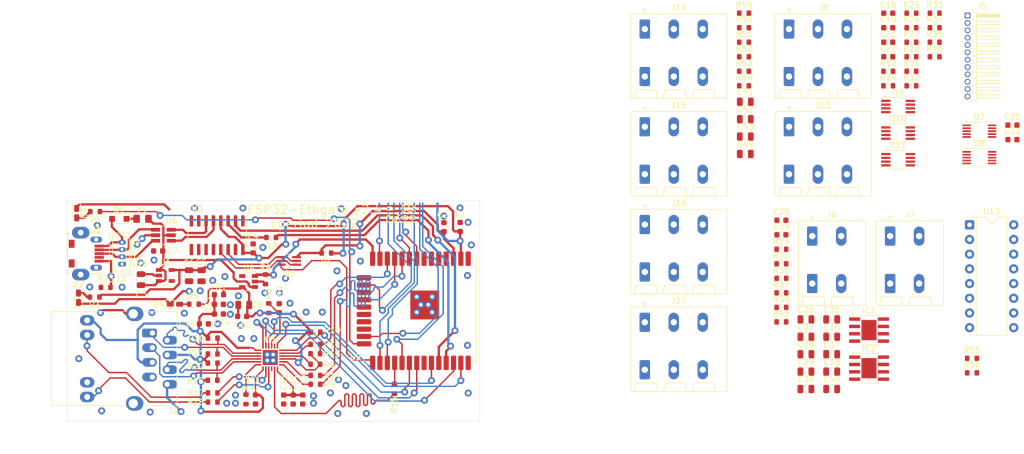
<source format=kicad_pcb>
(kicad_pcb (version 20241229) (generator "pcbnew") (generator_version "9.0")
  (layers (0 "F.Cu" signal) (2 "B.Cu" signal) (13 "F.Paste" user) (15 "B.Paste" user) (5 "F.SilkS" user "F.Silkscreen") (7 "B.SilkS" user "B.Silkscreen") (1 "F.Mask" user) (3 "B.Mask" user) (25 "Edge.Cuts" user))
  (net 0 "")
  (net 1 "GND")
  (net 2 "+3V3")
  (net 3 "+5V")
  (net 4 "+3.3VA")
  (net 5 "Net-(D1-K)")
  (net 6 "Net-(D2-A)")
  (net 7 "Net-(D3-A)")
  (net 8 "/EN")
  (net 9 "RTS")
  (net 10 "DTR")
  (net 11 "/IO0")
  (net 12 "Net-(D4-A)")
  (net 13 "/eTX")
  (net 15 "/LINKLED")
  (net 16 "/ACTLED")
  (net 17 "/eRX")
  (net 19 "/TX+")
  (net 20 "/TX-")
  (net 21 "/RX+")
  (net 22 "/nRST")
  (net 23 "Net-(U3-RXD)")
  (net 24 "/SLED")
  (net 25 "/RXD1")
  (net 26 "/MDIO")
  (net 27 "Net-(U5-RXER{slash}PHYAD0)")
  (net 28 "/CRS_DV")
  (net 29 "/RXD0")
  (net 30 "Net-(U5-RXD1{slash}MODE1)")
  (net 31 "/TXD0")
  (net 32 "/TXEN")
  (net 33 "/TXD1")
  (net 34 "/MDC")
  (net 35 "/XTAL")
  (net 36 "/RBIAS")
  (net 37 "GND1")
  (net 38 "/VDDCR")
  (net 39 "Net-(U5-CRS_DV{slash}MODE2)")
  (net 40 "Net-(U5-RXD0{slash}MODE0)")
  (net 41 "/+3V3_LAN")
  (net 42 "/PHY_POWER")
  (net 43 "/PHY_CLK")
  (net 45 "Net-(J2-Pad12)")
  (net 46 "/RX-")
  (net 48 "/IO_PWM2")
  (net 49 "/IO_Q1")
  (net 56 "/IO_PWM1")
  (net 57 "/IO_In2")
  (net 58 "/IO_In1")
  (net 59 "/IO_Q2")
  (net 61 "Net-(U3-UD+)")
  (net 62 "Net-(U3-UD-)")
  (net 72 "/VBUS")
  (net 73 "/DM")
  (net 74 "/DP")
  (net 75 "/IO34")
  (net 76 "/IO35")
  (net 77 "Net-(J2-Pad10)")
  (net 78 "/IO_SDA")
  (net 79 "/IO_SCL")
  (net 80 "/IO_Interface/ADC2")
  (net 81 "/IO_Interface/ADC6")
  (net 82 "/IO_Interface/ADC4")
  (net 83 "/IO_Interface/ADC5")
  (net 84 "/IO_Interface/ADC7")
  (net 85 "/IO_Interface/ADC3")
  (net 86 "Net-(IC1-COM)")
  (net 88 "Net-(IC1-CC)")
  (net 91 "/IO_Interface/ADC0")
  (net 92 "/IO_Interface/ADC1")
  (net 94 "/IO_Interface/Input_RMS/ADC2")
  (net 95 "/IO_Interface/Input_RMS/ADC3")
  (net 96 "Net-(IC1-CAV)")
  (net 97 "/IO_Interface/Input_0-10V/ADC4")
  (net 98 "Net-(IC1-CF)")
  (net 99 "Net-(R12-Pad1)")
  (net 100 "Net-(J8-Pin_1)")
  (net 101 "Net-(J8-Pin_2)")
  (net 102 "Net-(U9B--)")
  (net 103 "Net-(U10A--)")
  (net 104 "Net-(U10A-+)")
  (net 105 "/IO_Interface/Input_0-10V/ADC6")
  (net 106 "Net-(IC1-VIN)")
  (net 107 "Net-(J6-Pin_1)")
  (net 108 "Net-(J8-Pin_3)")
  (net 110 "/IO_Interface/Input_0-10V/ADC5")
  (net 111 "/IO_Interface/Input_0-10V/ADC7")
  (net 112 "+24V")
  (net 113 "Net-(J15-Pin_2)")
  (net 114 "Net-(J17-Pin_2)")
  (net 115 "/IO_Interface/Input_pt100/ADC0")
  (net 116 "Net-(IC2-CF)")
  (net 117 "Net-(IC2-CC)")
  (net 118 "Net-(IC2-COM)")
  (net 119 "Net-(IC2-CAV)")
  (net 120 "Net-(J7-Pin_1)")
  (net 121 "Net-(IC2-VIN)")
  (net 122 "Net-(J13-Pin_1)")
  (net 123 "Net-(J13-Pin_2)")
  (net 124 "Net-(J13-Pin_3)")
  (net 125 "Net-(R31-Pad1)")
  (net 126 "Net-(U11B--)")
  (net 127 "/IO_Interface/Input_pt100/ADC1")
  (net 129 "Net-(U10B--)")
  (net 130 "Net-(U10B-+)")
  (net 131 "Net-(R55-Pad1)")
  (net 132 "/IO_Interface/Output_digital/IO_PWM1")
  (net 133 "Net-(R56-Pad1)")
  (net 134 "/IO_Interface/IO_SCL")
  (net 135 "/IO_Interface/IO_SDA")
  (footprint "Capacitor_SMD:C_0603_1608Metric" (layer "F.Cu") (at 135.1788 65.4936 -90)
    (property "Reference" "C1")
    (property "Value" "100n")
  )
  (footprint "Capacitor_SMD:C_0603_1608Metric" (layer "F.Cu") (at 132.3848 65.5196 90)
    (property "Reference" "C2")
    (property "Value" "100n")
  )
  (footprint "Capacitor_SMD:C_0805_2012Metric" (layer "F.Cu") (at 80.0608 74.61 90)
    (property "Reference" "C3")
    (property "Value" "10u")
  )
  (footprint "Capacitor_SMD:C_0805_2012Metric" (layer "F.Cu") (at 90.5256 73.9292 -90)
    (property "Reference" "C5")
    (property "Value" "22u")
  )
  (footprint "Capacitor_SMD:C_0805_2012Metric" (layer "F.Cu") (at 88.3666 73.9242 -90)
    (property "Reference" "C6")
    (property "Value" "22u")
  )
  (footprint "Diode_SMD:D_SOD-323_HandSoldering" (layer "F.Cu") (at 76.327 64.0842 180)
    (property "Reference" "D1")
    (property "Value" "B5817W")
  )
  (footprint "LED_SMD:LED_0603_1608Metric_Castellated" (layer "F.Cu") (at 69.2785 77.733 90)
    (property "Reference" "D2")
    (property "Value" "RED")
  )
  (footprint "LED_SMD:LED_0603_1608Metric_Castellated" (layer "F.Cu") (at 68.961 63.11 -90)
    (property "Reference" "D3")
    (property "Value" "GREEN")
  )
  (footprint "Fuse:Fuse_0805_2012Metric_Pad1.15x1.40mm_HandSolder" (layer "F.Cu") (at 80.3402 64.0842 180)
    (property "Reference" "F1")
    (property "Value" "750mA")
  )
  (footprint "CPB:USB_Micro-B_CNC_C10418" (layer "F.Cu") (at 73.66 70.104 90)
    (property "Reference" "J1")
    (property "Value" "USB_B_Micro")
  )
  (footprint "Package_TO_SOT_SMD:SOT-363_SC-70-6_Handsoldering" (layer "F.Cu") (at 105.604 71.3636)
    (property "Reference" "Q1")
    (property "Value" "UMH3N")
  )
  (footprint "Resistor_SMD:R_0603_1608Metric" (layer "F.Cu") (at 112.0902 70.0024)
    (property "Reference" "R1")
    (property "Value" "10K")
  )
  (footprint "Resistor_SMD:R_0603_1608Metric" (layer "F.Cu") (at 102.553 67.31 180)
    (property "Reference" "R2")
    (property "Value" "470R")
  )
  (footprint "Resistor_SMD:R_0603_1608Metric" (layer "F.Cu") (at 72.072 77.6224)
    (property "Reference" "R3")
    (property "Value" "1K5")
  )
  (footprint "Resistor_SMD:R_0603_1608Metric" (layer "F.Cu") (at 72.1492 62.8396)
    (property "Reference" "R7")
    (property "Value" "1K5")
  )
  (footprint "Resistor_SMD:R_0603_1608Metric" (layer "F.Cu") (at 92.456 94.1832)
    (property "Reference" "R17")
    (property "Value" "1K5")
  )
  (footprint "Resistor_SMD:R_0603_1608Metric" (layer "F.Cu") (at 92.4565 95.7707 180)
    (property "Reference" "R18")
    (property "Value" "1K5")
  )
  (footprint "Package_SO:SOIC-16_3.9x9.9mm_P1.27mm" (layer "F.Cu") (at 93.218 66.929 -90)
    (property "Reference" "U3")
    (property "Value" "CH340C")
  )
  (footprint "Capacitor_SMD:C_0603_1608Metric" (layer "F.Cu") (at 106.3498 95.3262 -90)
    (property "Reference" "C11")
    (property "Value" "1u1R")
  )
  (footprint "Capacitor_SMD:C_0603_1608Metric" (layer "F.Cu") (at 99.8474 95.3138 -90)
    (property "Reference" "C12")
    (property "Value" "10n")
  )
  (footprint "Capacitor_SMD:C_0603_1608Metric" (layer "F.Cu") (at 108.0008 95.3262 -90)
    (property "Reference" "C13")
    (property "Value" "470p")
  )
  (footprint "Resistor_SMD:R_0603_1608Metric" (layer "F.Cu") (at 110.1852 89.2302)
    (property "Reference" "R6")
    (property "Value" "10R")
  )
  (footprint "Resistor_SMD:R_0603_1608Metric" (layer "F.Cu") (at 102.1334 79.5396 90)
    (property "Reference" "R8")
    (property "Value" "10K")
  )
  (footprint "Resistor_SMD:R_0603_1608Metric" (layer "F.Cu") (at 110.1974 92.6846)
    (property "Reference" "R9")
    (property "Value" "10R")
  )
  (footprint "Resistor_SMD:R_0603_1608Metric" (layer "F.Cu") (at 110.2106 83.693)
    (property "Reference" "R10")
    (property "Value" "1K5")
  )
  (footprint "Resistor_SMD:R_0603_1608Metric" (layer "F.Cu") (at 110.1852 85.8012 180)
    (property "Reference" "R11")
    (property "Value" "10R")
  )
  (footprint "Resistor_SMD:R_0603_1608Metric" (layer "F.Cu") (at 110.1974 91.1606)
    (property "Reference" "R14")
    (property "Value" "10R")
  )
  (footprint "Resistor_SMD:R_0603_1608Metric" (layer "F.Cu") (at 123.825 93.4842 90)
    (property "Reference" "R15")
    (property "Value" "33R")
  )
  (footprint "Resistor_SMD:R_0603_1608Metric" (layer "F.Cu") (at 92.4306 91.9988 180)
    (property "Reference" "R16")
    (property "Value" "49R9")
  )
  (footprint "Resistor_SMD:R_0603_1608Metric" (layer "F.Cu") (at 92.456 89.027 180)
    (property "Reference" "R22")
    (property "Value" "49R9")
  )
  (footprint "Package_DFN_QFN:QFN-24-1EP_4x4mm_P0.5mm_EP2.6x2.6mm" (layer "F.Cu") (at 102.3874 88.0618 90)
    (property "Reference" "U5")
    (property "Value" "LAN8720A")
  )
  (footprint "CPB:RJ45_Hanrun_HR911105A_Oval" (layer "F.Cu") (at 82.042 83.82 -90)
    (property "Reference" "J2")
    (property "Value" "HR911105A")
  )
  (footprint "Resistor_SMD:R_0603_1608Metric" (layer "F.Cu") (at 92.456 84.709 180)
    (property "Reference" "R20")
    (property "Value" "49R9")
  )
  (footprint "Capacitor_SMD:C_0603_1608Metric" (layer "F.Cu") (at 103.9368 79.5404 -90)
    (property "Reference" "C9")
    (property "Value" "100n")
  )
  (footprint "Capacitor_SMD:C_0603_1608Metric" (layer "F.Cu") (at 83.0326 69.6468 180)
    (property "Reference" "C7")
    (property "Value" "100n")
  )
  (footprint "Package_TO_SOT_SMD:SOT-23-6_Handsoldering" (layer "F.Cu") (at 83.947 66.929)
    (property "Reference" "U6")
    (property "Value" "USBLC6-2SC6")
  )
  (footprint "Resistor_SMD:R_0603_1608Metric" (layer "F.Cu") (at 101.5746 74.549 -90)
    (property "Reference" "R4")
    (property "Value" "10K")
  )
  (footprint "Package_TO_SOT_SMD:SOT-23-5" (layer "F.Cu") (at 98.6536 74.93 180)
    (property "Reference" "U4")
    (property "Value" "HT7233")
  )
  (footprint "Resistor_SMD:R_0603_1608Metric" (layer "F.Cu") (at 73.978 75.946)
    (property "Reference" "R23")
    (property "Value" "0R")
  )
  (footprint "Resistor_SMD:R_0603_1608Metric" (layer "F.Cu") (at 92.456 87.4522 180)
    (property "Reference" "R21")
    (property "Value" "49R9")
  )
  (footprint "CPB:ESP32-WROOM-32U-HandSoldering" (layer "F.Cu") (at 128.3208 79.9846 -90)
    (property "Reference" "U2")
    (property "Value" "ESP32-WROOM-32U")
  )
  (footprint "Capacitor_SMD:C_0603_1608Metric" (layer "F.Cu") (at 99.441 69.202 90)
    (property "Reference" "C4")
    (property "Value" "100n")
  )
  (footprint "Capacitor_SMD:C_0603_1608Metric" (layer "F.Cu") (at 93.53072 80.54848)
    (property "Reference" "C14")
    (property "Value" "22n")
  )
  (footprint "Inductor_SMD:L_0603_1608Metric" (layer "F.Cu") (at 93.53804 77.20584 180)
    (property "Reference" "FB1")
    (property "Value" "30R")
  )
  (footprint "Capacitor_SMD:C_0603_1608Metric" (layer "F.Cu") (at 104.7242 95.3262 -90)
    (property "Reference" "C15")
    (property "Value" "10n")
  )
  (footprint "LED_SMD:LED_0603_1608Metric_Castellated" (layer "F.Cu") (at 85.93328 78.85176)
    (property "Reference" "D4")
    (property "Value" "RED")
  )
  (footprint "Resistor_SMD:R_0603_1608Metric" (layer "F.Cu") (at 110.173 87.4014)
    (property "Reference" "R13")
    (property "Value" "1K5")
  )
  (footprint "Resistor_SMD:R_0603_1608Metric" (layer "F.Cu") (at 89.22004 78.8416)
    (property "Reference" "R5")
    (property "Value" "1K5")
  )
  (footprint "Capacitor_SMD:C_0603_1608Metric" (layer "F.Cu") (at 93.53012 78.87208)
    (property "Reference" "C17")
    (property "Value" "100n")
  )
  (footprint "Resistor_SMD:R_0603_1608Metric" (layer "F.Cu") (at 98.1964 95.3008 90)
    (property "Reference" "R19")
    (property "Value" "12K1")
  )
  (footprint "Capacitor_SMD:C_0603_1608Metric" (layer "F.Cu") (at 90.932 82.2452)
    (property "Reference" "C16")
    (property "Value" "22n")
  )
  (footprint "Package_TO_SOT_SMD:SOT-23-5" (layer "F.Cu") (at 84.2772 73.8886)
    (property "Reference" "U1")
    (property "Value" "HT7233")
  )
  (footprint "Capacitor_SMD:C_0603_1608Metric" (layer "F.Cu") (at 97.536 80.9498 180)
    (property "Reference" "C10")
    (property "Value" "100n")
  )
  (footprint "Capacitor_SMD:C_0805_2012Metric" (layer "F.Cu") (at 97.8068 78.9686 180)
    (property "Reference" "C8")
    (property "Value" "22u")
  )
  (footprint "Package_SO:MSOP-8_3x3mm_P0.65mm" (layer "F.Cu") (at 210.797 44.6752)
    (property "Reference" "U9")
    (property "Value" "AD8606ARM")
  )
  (footprint "Resistor_SMD:R_0603_1608Metric" (layer "F.Cu") (at 190.647 69.3552)
    (property "Reference" "R29")
    (property "Value" "10K")
  )
  (footprint "Resistor_SMD:R_0603_1608Metric" (layer "F.Cu") (at 190.647 81.9052)
    (property "Reference" "R45")
    (property "Value" "10K")
  )
  (footprint "Connector_Phoenix_SPT:PhoenixContact_SPT_2.5_3-H-5.0_1x03_P5.0mm_Horizontal" (layer "F.Cu") (at 167.067 81.9752)
    (property "Reference" "J17")
    (property "Value" "IN4_4-20mA")
  )
  (footprint "Connector_Molex:Molex_PicoBlade_53047-0410_1x04_P1.25mm_Vertical" (layer "F.Cu") (at 76.807 71.9052 90)
    (property "Reference" "J3")
    (property "Value" "USB")
  )
  (footprint "Resistor_SMD:R_0603_1608Metric" (layer "F.Cu") (at 209.097 41.0952)
    (property "Reference" "R24")
    (property "Value" "10K")
  )
  (footprint "Capacitor_SMD:C_0805_2012Metric" (layer "F.Cu") (at 199.327 84.4852)
    (property "Reference" "C36")
    (property "Value" "10u")
  )
  (footprint "Connector_Phoenix_SPT:PhoenixContact_SPT_2.5_2-H-5.0_1x02_P5.0mm_Horizontal" (layer "F.Cu") (at 195.977 67.0802)
    (property "Reference" "J6")
    (property "Value" "IN5_RMS")
  )
  (footprint "Connector_Phoenix_SPT:PhoenixContact_SPT_2.5_3-H-5.0_1x03_P5.0mm_Horizontal" (layer "F.Cu") (at 191.967 48.1852)
    (property "Reference" "J13")
    (property "Value" "IN8_PT100")
  )
  (footprint "Resistor_SMD:R_0603_1608Metric" (layer "F.Cu") (at 184.197 38.5852)
    (property "Reference" "R53")
    (property "Value" "10K")
  )
  (footprint "Resistor_SMD:R_0603_1608Metric" (layer "F.Cu") (at 209.097 38.5852)
    (property "Reference" "R12")
    (property "Value" "10K")
  )
  (footprint "Resistor_SMD:R_0603_1608Metric" (layer "F.Cu") (at 217.117 28.5452)
    (property "Reference" "R33")
    (property "Value" "10K")
  )
  (footprint "Capacitor_SMD:C_0805_2012Metric" (layer "F.Cu") (at 184.417 43.8552)
    (property "Reference" "C41")
    (property "Value" "10u")
  )
  (footprint "Capacitor_SMD:C_0805_2012Metric" (layer "F.Cu") (at 194.877 93.5152)
    (property "Reference" "C30")
    (property "Value" "10u")
  )
  (footprint "Package_SO:MSOP-8_3x3mm_P0.65mm" (layer "F.Cu") (at 210.797 53.8752)
    (property "Reference" "U11")
    (property "Value" "AD8606ARM")
  )
  (footprint "Resistor_SMD:R_0603_1608Metric" (layer "F.Cu") (at 213.107 28.5452)
    (property "Reference" "R25")
    (property "Value" "10K")
  )
  (footprint "Capacitor_SMD:C_0603_1608Metric" (layer "F.Cu") (at 230.537 50.4052)
    (property "Reference" "C23")
    (property "Value" "100n")
  )
  (footprint "Capacitor_SMD:C_0603_1608Metric" (layer "F.Cu") (at 209.097 36.0752)
    (property "Reference" "C22")
    (property "Value" "100n")
  )
  (footprint "Package_SO:SOIC-8-1EP_3.9x4.9mm_P1.27mm_EP2.62x3.51mm" (layer "F.Cu") (at 205.777 89.9052)
    (property "Reference" "IC2")
    (property "Value" "AD736ARZ-R7")
  )
  (footprint "Resistor_SMD:R_0603_1608Metric" (layer "F.Cu") (at 223.557 88.2052)
    (property "Reference" "R55")
    (property "Value" "10K")
  )
  (footprint "Resistor_SMD:R_0603_1608Metric" (layer "F.Cu") (at 213.107 38.5852)
    (property "Reference" "R31")
    (property "Value" "10K")
  )
  (footprint "Resistor_SMD:R_0603_1608Metric" (layer "F.Cu") (at 184.197 31.0552)
    (property "Reference" "R50")
    (property "Value" "10K")
  )
  (footprint "Resistor_SMD:R_0603_1608Metric" (layer "F.Cu") (at 217.117 33.5652)
    (property "Reference" "R35")
    (property "Value" "10K")
  )
  (footprint "Capacitor_SMD:C_0603_1608Metric" (layer "F.Cu") (at 190.647 64.3352)
    (property "Reference" "C25")
    (property "Value" "100n")
  )
  (footprint "Resistor_SMD:R_0603_1608Metric" (layer "F.Cu") (at 190.647 71.8652)
    (property "Reference" "R30")
    (property "Value" "10K")
  )
  (footprint "Resistor_SMD:R_0603_1608Metric" (layer "F.Cu") (at 184.197 41.0952)
    (property "Reference" "R54")
    (property "Value" "10K")
  )
  (footprint "Resistor_SMD:R_0603_1608Metric" (layer "F.Cu") (at 184.197 33.5652)
    (property "Reference" "R51")
    (property "Value" "10K")
  )
  (footprint "Capacitor_SMD:C_0805_2012Metric" (layer "F.Cu") (at 194.877 87.4952)
    (property "Reference" "C28")
    (property "Value" "10u")
  )
  (footprint "Capacitor_SMD:C_0805_2012Metric" (layer "F.Cu") (at 199.327 81.4752)
    (property "Reference" "C35")
    (property "Value" "10u")
  )
  (footprint "Resistor_SMD:R_0603_1608Metric" (layer "F.Cu") (at 190.647 76.8852)
    (property "Reference" "R37")
    (property "Value" "10K")
  )
  (footprint "Capacitor_SMD:C_0805_2012Metric" (layer "F.Cu") (at 194.877 81.4752)
    (property "Reference" "C26")
    (property "Value" "10u")
  )
  (footprint "Capacitor_SMD:C_0603_1608Metric" (layer "F.Cu") (at 209.097 33.5652)
    (property "Reference" "C21")
    (property "Value" "100n")
  )
  (footprint "Resistor_SMD:R_0603_1608Metric" (layer "F.Cu") (at 190.647 74.3752)
    (property "Reference" "R36")
    (property "Value" "10K")
  )
  (footprint "Resistor_SMD:R_0603_1608Metric" (layer "F.Cu") (at 217.117 31.0552)
    (property "Reference" "R34")
    (property "Value" "10K")
  )
  (footprint "Resistor_SMD:R_0603_1608Metric" (layer "F.Cu") (at 213.107 31.0552)
    (property "Reference" "R26")
    (property "Value" "10K")
  )
  (footprint "Package_SO:VSSOP-10_3x3mm_P0.5mm" (layer "F.Cu") (at 224.827 48.9402)
    (property "Reference" "U7")
    (property "Value" "ADS1115IDGS")
  )
  (footprint "Resistor_SMD:R_0603_1608Metric" (layer "F.Cu") (at 213.107 41.0952)
    (property "Reference" "R32")
    (property "Value" "10K")
  )
  (footprint "Connector_Phoenix_SPT:PhoenixContact_SPT_2.5_3-H-5.0_1x03_P5.0mm_Horizontal" (layer "F.Cu") (at 167.067 31.2902)
    (property "Reference" "J14")
    (property "Value" "IN1_0-10")
  )
  (footprint "Connector_Phoenix_SPT:PhoenixContact_SPT_2.5_3-H-5.0_1x03_P5.0mm_Horizontal" (layer "F.Cu") (at 191.967 31.2902)
    (property "Reference" "J8")
    (property "Value" "IN7_PT100")
  )
  (footprint "Resistor_SMD:R_0603_1608Metric" (layer "F.Cu") (at 184.197 28.5452)
    (property "Reference" "R49")
    (property "Value" "10K")
  )
  (footprint "Resistor_SMD:R_0603_1608Metric" (layer "F.Cu") (at 223.557 90.7152)
    (property "Reference" "R56")
    (property "Value" "10K")
  )
  (footprint "Capacitor_SMD:C_0805_2012Metric" (layer "F.Cu") (at 194.877 84.4852)
    (property "Reference" "C27")
    (property "Value" "10u")
  )
  (footprint "Capacitor_SMD:C_0805_2012Metric" (layer "F.Cu") (at 199.327 93.5152)
    (property "Reference" "C40")
    (property "Value" "10u")
  )
  (footprint "Capacitor_SMD:C_0603_1608Metric" (layer "F.Cu") (at 230.537 47.8952)
    (property "Reference" "C20")
    (property "Value" "100n")
  )
  (footprint "Capacitor_SMD:C_0603_1608Metric" (layer "F.Cu") (at 209.097 31.0552)
    (property "Reference" "C19")
    (property "Value" "100n")
  )
  (footprint "Capacitor_SMD:C_0805_2012Metric" (layer "F.Cu") (at 184.417 52.8852)
    (property "Reference" "C44")
    (property "Value" "10u")
  )
  (footprint "Resistor_SMD:R_0603_1608Metric" (layer "F.Cu") (at 217.117 36.0752)
    (property "Reference" "R46")
    (property "Value" "10K")
  )
  (footprint "Capacitor_SMD:C_0603_1608Metric" (layer "F.Cu") (at 190.647 66.8452)
    (property "Reference" "C39")
    (property "Value" "100n")
  )
  (footprint "Package_SO:SOIC-8-1EP_3.9x4.9mm_P1.27mm_EP2.62x3.51mm" (layer "F.Cu") (at 205.777 83.3252)
    (property "Reference" "IC1")
    (property "Value" "AD736ARZ-R7")
  )
  (footprint "Package_SO:MSOP-8_3x3mm_P0.65mm" (layer "F.Cu") (at 210.797 49.2752)
    (property "Reference" "U10")
    (property "Value" "AD8606ARM")
  )
  (footprint "Package_DIP:DIP-16_W7.62mm" (layer "F.Cu") (at 223.137 65.1252)
    (property "Reference" "U13")
    (property "Value" "PC847")
  )
  (footprint "Connector_Phoenix_SPT:PhoenixContact_SPT_2.5_3-H-5.0_1x03_P5.0mm_Horizontal" (layer "F.Cu") (at 167.067 48.1852)
    (property "Reference" "J15")
    (property "Value" "IN3_4-20mA")
  )
  (footprint "Connector_Phoenix_SPT:PhoenixContact_SPT_2.5_2-H-5.0_1x02_P5.0mm_Horizontal" (layer "F.Cu") (at 209.427 67.0802)
    (property "Reference" "J7")
    (property "Value" "IN6_RMS")
  )
  (footprint "Resistor_SMD:R_0603_1608Metric" (layer "F.Cu") (at 190.647 79.3952)
    (property "Reference" "R38")
    (property "Value" "10K")
  )
  (footprint "Resistor_SMD:R_0603_1608Metric" (layer "F.Cu") (at 213.107 33.5652)
    (property "Reference" "R27")
    (property "Value" "10K")
  )
  (footprint "Connector_Phoenix_SPT:PhoenixContact_SPT_2.5_3-H-5.0_1x03_P5.0mm_Horizontal" (layer "F.Cu") (at 167.067 65.0802)
    (property "Reference" "J16")
    (property "Value" "IN2_0-10")
  )
  (footprint "Package_SO:VSSOP-10_3x3mm_P0.5mm" (layer "F.Cu") (at 224.827 53.5152)
    (property "Reference" "U8")
    (property "Value" "ADS1115IDGS")
  )
  (footprint "Connector_PinHeader_1.27mm:PinHeader_1x12_P1.27mm_Horizontal" (layer "F.Cu") (at 222.797 28.9652)
    (property "Reference" "J5")
    (property "Value" "Conn_01x12")
  )
  (footprint "Capacitor_SMD:C_0805_2012Metric" (layer "F.Cu") (at 184.417 49.8752)
    (property "Reference" "C43")
    (property "Value" "10u")
  )
  (footprint "Capacitor_SMD:C_0805_2012Metric" (layer "F.Cu") (at 199.327 90.5052)
    (property "Reference" "C38")
    (property "Value" "10u")
  )
  (footprint "Resistor_SMD:R_0603_1608Metric" (layer "F.Cu") (at 213.107 36.0752)
    (property "Reference" "R28")
    (property "Value" "10K")
  )
  (footprint "Resistor_SMD:R_0603_1608Metric" (layer "F.Cu") (at 184.197 36.0752)
    (property "Reference" "R52")
    (property "Value" "10K")
  )
  (footprint "Capacitor_SMD:C_0603_1608Metric" (layer "F.Cu") (at 209.097 28.5452)
    (property "Reference" "C18")
    (property "Value" "100n")
  )
  (footprint "Capacitor_SMD:C_0805_2012Metric" (layer "F.Cu") (at 184.417 46.8652)
    (property "Reference" "C42")
    (property "Value" "10u")
  )
  (footprint "Capacitor_SMD:C_0805_2012Metric" (layer "F.Cu") (at 199.327 87.4952)
    (property "Reference" "C37")
    (property "Value" "10u")
  )
  (footprint "Capacitor_SMD:C_0805_2012Metric" (layer "F.Cu") (at 194.877 90.5052)
    (property "Reference" "C29")
    (property "Value" "10u")
  )
  (gr_line (start 138.557 60.96) (end 67.31 60.96) (stroke (width 0.05)) (layer "Edge.Cuts"))
  (gr_line (start 138.557 99.06) (end 138.557 60.96) (stroke (width 0.05)) (layer "Edge.Cuts"))
  (gr_line (start 67.31 99.06) (end 138.557 99.06) (stroke (width 0.05)) (layer "Edge.Cuts"))
  (gr_line (start 67.31 60.96) (end 67.31 99.06) (stroke (width 0.05)) (layer "Edge.Cuts"))
  (gr_text "ESP32-Ethgate v2.4\ncperiod 2022" (at 110.007 63.7052 0) (layer "F.SilkS") (effects (font (size 1.5 1.5) (thickness 0.2))))
  (gr_text "D+" (at 78.0542 70.6628 0) (layer "F.SilkS") (effects (font (size 1 1)) (justify left)))
  (gr_text "GND" (at 123.063 64.9732 90) (layer "F.SilkS") (effects (font (size 1 1)) (justify left)))
  (gr_text "IO33" (at 125.757 65.0052 90) (layer "F.SilkS") (effects (font (size 1 1)) (justify left)))
  (gr_text "5V" (at 78.0542 68.1228 0) (layer "F.SilkS") (effects (font (size 1 1)) (justify left)))
  (gr_text "D-" (at 78.0542 69.3928 0) (layer "F.SilkS") (effects (font (size 1 1)) (justify left)))
  (gr_text "GND" (at 78.0542 71.9328 0) (layer "F.SilkS") (effects (font (size 1 1)) (justify left)))
  (gr_text "3V" (at 124.333 64.9732 90) (layer "F.SilkS") (effects (font (size 1 1)) (justify left)))
  (gr_text "IO32" (at 126.957 65.0052 90) (layer "F.SilkS") (effects (font (size 1 1)) (justify left)))
  (segment (start 82.3214 73.8886) (end 82.0928 73.66) (width 0.4) (layer "F.Cu") (net 1))
  (segment (start 82.0928 73.66) (end 80.0608 73.66) (width 0.4) (layer "F.Cu") (net 1))
  (segment (start 83.1772 73.8886) (end 82.3214 73.8886) (width 0.4) (layer "F.Cu") (net 1))
  (segment (start 87.2998 76.6064) (end 88.4174 76.6064) (width 0.4) (layer "F.Cu") (net 1))
  (segment (start 80.257 67.5052) (end 80.8332 66.929) (width 0.4) (layer "F.Cu") (net 1))
  (segment (start 68.961 62.085) (end 69.451 61.595) (width 0.4) (layer "F.Cu") (net 1))
  (segment (start 96.8568 78.9686) (end 96.8568 80.854) (width 0.4) (layer "F.Cu") (net 1))
  (segment (start 84.074 61.595) (end 84.963 62.484) (width 0.4) (layer "F.Cu") (net 1))
  (segment (start 74.8838 71.404) (end 72.86 71.404) (width 0.4) (layer "F.Cu") (net 1))
  (segment (start 74.907 74.0052) (end 74.907 75.842) (width 0.4) (layer "F.Cu") (net 1))
  (segment (start 85.12078 78.84698) (end 84.2518 77.978) (width 0.4) (layer "F.Cu") (net 1))
  (segment (start 74.907 74.0052) (end 74.907 71.4272) (width 0.4) (layer "F.Cu") (net 1))
  (segment (start 75.547 78.758) (end 69.2785 78.758) (width 0.4) (layer "F.Cu") (net 1))
  (segment (start 85.12078 78.78542) (end 87.2998 76.6064) (width 0.4) (layer "F.Cu") (net 1))
  (segment (start 76.327 77.978) (end 75.547 78.758) (width 0.4) (layer "F.Cu") (net 1))
  (segment (start 69.451 61.595) (end 84.074 61.595) (width 0.4) (layer "F.Cu") (net 1))
  (segment (start 80.8332 66.929) (end 82.597 66.929) (width 0.4) (layer "F.Cu") (net 1))
  (segment (start 74.907 71.4272) (end 74.8838 71.404) (width 0.4) (layer "F.Cu") (net 1))
  (segment (start 84.2518 77.978) (end 76.327 77.978) (width 0.4) (layer "F.Cu") (net 1))
  (segment (start 101.1306 74.93) (end 101.5746 75.374) (width 0.4) (layer "F.Cu") (net 1))
  (segment (start 99.7536 74.93) (end 101.1306 74.93) (width 0.4) (layer "F.Cu") (net 1))
  (via (at 97.282 82.4992) (size 1.2) (drill 0.6) (layers "F.Cu" "B.Cu") (net 1))
  (via (at 101.1174 69.0372) (size 1.2) (drill 0.6) (layers "F.Cu" "B.Cu") (net 1))
  (via (at 113.919 73.1012) (size 1.2) (drill 0.6) (layers "F.Cu" "B.Cu") (net 1))
  (via (at 127.6858 77.5716) (size 1.2) (drill 0.6) (layers "F.Cu" "B.Cu") (net 1))
  (via (at 114.657 62.3552) (size 1.2) (drill 0.6) (layers "F.Cu" "B.Cu") (net 1))
  (via (at 117.957 71.4052) (size 1.2) (drill 0.6) (layers "F.Cu" "B.Cu") (net 1))
  (via (at 80.0354 71.7296) (size 1.2) (drill 0.6) (layers "F.Cu" "B.Cu") (net 1))
  (via (at 136.4488 85.9536) (size 1.2) (drill 0.6) (layers "F.Cu" "B.Cu") (net 1))
  (via (at 105.029 74.3712) (size 1.2) (drill 0.6) (layers "F.Cu" "B.Cu") (net 1))
  (via (at 108.585 80.2132) (size 1.2) (drill 0.6) (layers "F.Cu" "B.Cu") (net 1))
  (via (at 94.869 95.9612) (size 1.2) (drill 0.6) (layers "F.Cu" "B.Cu") (net 1))
  (via (at 115.443 92.9132) (size 1.2) (drill 0.6) (layers "F.Cu" "B.Cu") (net 1))
  (via (at 102.8954 88.5698) (size 1.2) (drill 0.6) (layers "F.Cu" "B.Cu") (net 1))
  (via (at 82.3214 71.2216) (size 1.2) (drill 0.6) (layers "F.Cu" "B.Cu") (net 1))
  (via (at 105.791 78.6892) (size 1.2) (drill 0.6) (layers "F.Cu" "B.Cu") (net 1))
  (via (at 136.557 64.7052) (size 1.2) (drill 0.6) (layers "F.Cu" "B.Cu") (net 1))
  (via (at 114.046 97.7392) (size 1.2) (drill 0.6) (layers "F.Cu" "B.Cu") (net 1))
  (via (at 101.473 76.9112) (size 1.2) (drill 0.6) (layers "F.Cu" "B.Cu") (net 1))
  (via (at 118.999 97.7392) (size 1.2) (drill 0.6) (layers "F.Cu" "B.Cu") (net 1))
  (via (at 76.807 75.9052) (size 1.2) (drill 0.6) (layers "F.Cu" "B.Cu") (net 1))
  (via (at 130.3528 77.5716) (size 1.2) (drill 0.6) (layers "F.Cu" "B.Cu") (net 1))
  (via (at 97.409 84.7852) (size 1.2) (drill 0.6) (layers "F.Cu" "B.Cu") (net 1))
  (via (at 90.297 76.5302) (size 1.2) (drill 0.6) (layers "F.Cu" "B.Cu") (net 1))
  (via (at 80.257 67.5052) (size 1.2) (drill 0.6) (layers "F.Cu" "B.Cu") (net 1))
  (via (at 97.663 62.23) (size 1.2) (drill 0.6) (layers "F.Cu" "B.Cu") (net 1))
  (via (at 96.901 77.4192) (size 1.2) (drill 0.6) (layers "F.Cu" "B.Cu") (net 1))
  (via (at 127.6858 80.2386) (size 1.2) (drill 0.6) (layers "F.Cu" "B.Cu") (net 1))
  (via (at 96.393 95.9612) (size 1.2) (drill 0.6) (layers "F.Cu" "B.Cu") (net 1))
  (via (at 93.345 82.2452) (size 1.2) (drill 0.6) (layers "F.Cu" "B.Cu") (net 1))
  (via (at 94.5642 74.0664) (size 1.2) (drill 0.6) (layers "F.Cu" "B.Cu") (net 1))
  (via (at 114.173 91.8972) (size 1.2) (drill 0.6) (layers "F.Cu" "B.Cu") (net 1))
  (via (at 128.397 78.9432) (size 1.2) (drill 0.6) (layers "F.Cu" "B.Cu") (net 1))
  (via (at 111.379 80.2132) (size 1.2) (drill 0.6) (layers "F.Cu" "B.Cu") (net 1))
  (via (at 99.568 84.7852) (size 1.2) (drill 0.6) (layers "F.Cu" "B.Cu") (net 1))
  (via (at 102.8954 87.5538) (size 1.2) (drill 0.6) (layers "F.Cu" "B.Cu") (net 1))
  (via (at 95.504 78.9432) (size 1.2) (drill 0.6) (layers "F.Cu" "B.Cu") (net 1))
  (via (at 96.393 94.5642) (size 1.2) (drill 0.6) (layers "F.Cu" "B.Cu") (net 1))
  (via (at 104.013 76.9112) (size 1.2) (drill 0.6) (layers "F.Cu" "B.Cu") (net 1))
  (via (at 135.157 62.2052) (size 1.2) (drill 0.6) (layers "F.Cu" "B.Cu") (net 1))
  (via (at 129.667 78.9432) (size 1.2) (drill 0.6) (layers "F.Cu" "B.Cu") (net 1))
  (via (at 92.456 74.7522) (size 1.2) (drill 0.6) (layers "F.Cu" "B.Cu") (net 1))
  (via (at 101.8794 87.5538) (size 1.2) (drill 0.6) (layers "F.Cu" "B.Cu") (net 1))
  (via (at 137.107 68.6052) (size 1.2) (drill 0.6) (layers "F.Cu" "B.Cu") (net 1))
  (via (at 79.407 68.5052) (size 1.2) (drill 0.6) (layers "F.Cu" "B.Cu") (net 1))
  (via (at 130.3528 80.2386) (size 1.2) (drill 0.6) (layers "F.Cu" "B.Cu") (net 1))
  (via (at 132.357 63.6052) (size 1.2) (drill 0.6) (layers "F.Cu" "B.Cu") (net 1))
  (via (at 88.4174 76.6064) (size 1.2) (drill 0.6) (layers "F.Cu" "B.Cu") (net 1))
  (via (at 109.855 94.6912) (size 1.2) (drill 0.6) (layers "F.Cu" "B.Cu") (net 1))
  (via (at 101.8794 88.5698) (size 1.2) (drill 0.6) (layers "F.Cu" "B.Cu") (net 1))
  (via (at 74.907 74.0052) (size 1.2) (drill 0.6) (layers "F.Cu" "B.Cu") (net 1))
  (via (at 136.5758 94.2086) (size 1.2) (drill 0.6) (layers "F.Cu" "B.Cu") (net 1))
  (via (at 112.776 94.1832) (size 1.2) (drill 0.6) (layers "F.Cu" "B.Cu") (net 1))
  (via (at 109.855 95.9612) (size 1.2) (drill 0.6) (layers "F.Cu" "B.Cu") (net 1))
  (via (at 136.4488 73.8886) (size 1.2) (drill 0.6) (layers "F.Cu" "B.Cu") (net 1))
  (via (at 89.3318 62.2808) (size 1.2) (drill 0.6) (layers "F.Cu" "B.Cu") (net 1))
  (via (at 95.504 80.5942) (size 1.2) (drill 0.6) (layers "F.Cu" "B.Cu") (net 1))
  (segment (start 134.2204 66.2686) (end 133.957 66.0052) (width 0.4) (layer "F.Cu") (net 2))
  (segment (start 105.3592 65.3542) (end 105.029 65.024) (width 0.4) (layer "F.Cu") (net 2))
  (segment (start 81.661 76.2762) (end 85.725 76.2762) (width 0.4) (layer "F.Cu") (net 2))
  (segment (start 100.457 70.866) (end 102.0318 70.866) (width 0.4) (layer "F.Cu") (net 2))
  (segment (start 97.79 69.977) (end 99.441 69.977) (width 0.4) (layer "F.Cu") (net 2))
  (segment (start 133.957 66.0052) (end 133.957 62.8052) (width 0.4) (layer "F.Cu") (net 2))
  (segment (start 86.7004 72.9386) (end 88.331 72.9386) (width 0.4) (layer "F.Cu") (net 2))
  (segment (start 133.957 62.8052) (end 133.057 61.9052) (width 0.4) (layer "F.Cu") (net 2))
  (segment (start 115.062 64.2874) (end 115.062 64.9732) (width 0.4) (layer "F.Cu") (net 2))
  (segment (start 133.057 61.9052) (end 117.4442 61.9052) (width 0.4) (layer "F.Cu") (net 2))
  (segment (start 135.1788 67.9196) (end 135.3058 68.0466) (width 0.4) (layer "F.Cu") (net 2))
  (segment (start 97.663 68.58) (end 97.663 69.404) (width 0.4) (layer "F.Cu") (net 2))
  (segment (start 114.681 65.3542) (end 105.3592 65.3542) (width 0.4) (layer "F.Cu") (net 2))
  (segment (start 135.1788 66.2686) (end 134.2204 66.2686) (width 0.4) (layer "F.Cu") (net 2))
  (segment (start 117.4442 61.9052) (end 115.062 64.2874) (width 0.4) (layer "F.Cu") (net 2))
  (segment (start 92.0242 72.3392) (end 91.8718 72.4916) (width 0.4) (layer "F.Cu") (net 2))
  (segment (start 115.062 64.9732) (end 114.681 65.3542) (width 0.4) (layer "F.Cu") (net 2))
  (segment (start 100.4062 70.866) (end 99.5172 69.977) (width 0.4) (layer "F.Cu") (net 2))
  (segment (start 104.4194 68.4784) (end 105.0798 68.4784) (width 0.4) (layer "F.Cu") (net 2))
  (segment (start 114.935 70.0532) (end 112.966 70.0532) (width 0.4) (layer "F.Cu") (net 2))
  (segment (start 100.457 70.866) (end 100.4062 70.866) (width 0.4) (layer "F.Cu") (net 2))
  (segment (start 88.3666 72.9742) (end 90.5206 72.9742) (width 0.4) (layer "F.Cu") (net 2))
  (segment (start 91.0132 72.4916) (end 90.5256 72.9792) (width 0.4) (layer "F.Cu") (net 2))
  (segment (start 85.3772 72.9386) (end 86.7004 72.9386) (width 0.4) (layer "F.Cu") (net 2))
  (segment (start 135.3058 68.0466) (end 135.3058 71.4846) (width 0.4) (layer "F.Cu") (net 2))
  (segment (start 73.3034 77.216) (end 72.897 77.6224) (width 0.4) (layer "F.Cu") (net 2))
  (segment (start 81.661 76.2762) (end 80.7212 77.216) (width 0.4) (layer "F.Cu") (net 2))
  (segment (start 86.7004 75.3008) (end 86.7004 72.9386) (width 0.4) (layer "F.Cu") (net 2))
  (segment (start 93.853 64.454) (end 93.853 65.8368) (width 0.4) (layer "F.Cu") (net 2))
  (segment (start 93.853 65.8368) (end 95.2246 67.2084) (width 0.4) (layer "F.Cu") (net 2))
  (segment (start 95.2246 67.2084) (end 96.2914 67.2084) (width 0.4) (layer "F.Cu") (net 2))
  (segment (start 96.2914 67.2084) (end 97.663 68.58) (width 0.4) (layer "F.Cu") (net 2))
  (segment (start 102.0318 70.866) (end 104.4194 68.4784) (width 0.4) (layer "F.Cu") (net 2))
  (segment (start 80.7212 77.216) (end 73.3034 77.216) (width 0.4) (layer "F.Cu") (net 2))
  (segment (start 85.725 76.2762) (end 86.7004 75.3008) (width 0.4) (layer "F.Cu") (net 2))
  (segment (start 91.8718 72.4916) (end 91.0132 72.4916) (width 0.4) (layer "F.Cu") (net 2))
  (segment (start 135.1788 67.9196) (end 135.1788 66.2686) (width 0.4) (layer "F.Cu") (net 2))
  (via (at 92.0242 72.3392) (size 1.2) (drill 0.6) (layers "F.Cu" "B.Cu") (net 2))
  (via (at 115.062 64.9732) (size 1.2) (drill 0.6) (layers "F.Cu" "B.Cu") (net 2))
  (via (at 105.029 65.024) (size 1.2) (drill 0.6) (layers "F.Cu" "B.Cu") (net 2))
  (via (at 105.0798 68.4784) (size 1.2) (drill 0.6) (layers "F.Cu" "B.Cu") (net 2))
  (via (at 135.1788 67.9196) (size 1.2) (drill 0.6) (layers "F.Cu" "B.Cu") (net 2))
  (via (at 100.457 70.866) (size 1.2) (drill 0.6) (layers "F.Cu" "B.Cu") (net 2))
  (via (at 114.935 70.0532) (size 1.2) (drill 0.6) (layers "F.Cu" "B.Cu") (net 2))
  (segment (start 100.203 71.12) (end 93.2434 71.12) (width 0.4) (layer "B.Cu") (net 2))
  (segment (start 131.757 66.6052) (end 133.0714 67.9196) (width 0.4) (layer "B.Cu") (net 2))
  (segment (start 93.2434 71.12) (end 92.0242 72.3392) (width 0.4) (layer "B.Cu") (net 2))
  (segment (start 131.757 66.6052) (end 131.257 66.1052) (width 0.4) (layer "B.Cu") (net 2))
  (segment (start 105.0798 68.4784) (end 105.029 68.4276) (width 0.4) (layer "B.Cu") (net 2))
  (segment (start 100.457 70.866) (end 100.203 71.12) (width 0.4) (layer "B.Cu") (net 2))
  (segment (start 115.062 64.9732) (end 115.062 69.9262) (width 0.4) (layer "B.Cu") (net 2))
  (segment (start 133.0714 67.9196) (end 135.1788 67.9196) (width 0.4) (layer "B.Cu") (net 2))
  (segment (start 131.257 66.1052) (end 131.257 61.4052) (width 0.4) (layer "B.Cu") (net 2))
  (segment (start 115.062 69.9262) (end 114.935 70.0532) (width 0.4) (layer "B.Cu") (net 2))
  (segment (start 105.029 68.4276) (end 105.029 65.024) (width 0.4) (layer "B.Cu") (net 2))
  (segment (start 80.0608 75.56) (end 82.4558 75.56) (width 0.4) (layer "F.Cu") (net 3))
  (segment (start 82.4558 75.56) (end 83.1772 74.8386) (width 0.4) (layer "F.Cu") (net 3))
  (segment (start 83.934 72.0214) (end 83.934 71.2216) (width 0.4) (layer "F.Cu") (net 3))
  (segment (start 84.3026 74.5744) (end 84.0384 74.8386) (width 0.4) (layer "F.Cu") (net 3))
  (segment (start 83.1772 72.9386) (end 83.9876 72.9386) (width 0.4) (layer "F.Cu") (net 3))
  (segment (start 96.6216 74.91984) (end 98.2726 74.91984) (width 0.4) (layer "F.Cu") (net 3))
  (segment (start 98.69424 75.34148) (end 98.69424 75.62088) (width 0.4) (layer "F.Cu") (net 3))
  (segment (start 98.2726 74.91984) (end 98.69424 75.34148) (width 0.4) (layer "F.Cu") (net 3))
  (segment (start 93.9038 71.2216) (end 96.07296 73.39076) (width 0.4) (layer "F.Cu") (net 3))
  (segment (start 83.934 71.2216) (end 93.9038 71.2216) (width 0.4) (layer "F.Cu") (net 3))
  (segment (start 83.934 72.1818) (end 83.1772 72.9386) (width 0.4) (layer "F.Cu") (net 3))
  (segment (start 84.3026 73.2536) (end 84.3026 74.5744) (width 0.4) (layer "F.Cu") (net 3))
  (segment (start 96.07296 74.3712) (end 96.6216 74.91984) (width 0.4) (layer "F.Cu") (net 3))
  (segment (start 98.95336 75.88) (end 99.7536 75.88) (width 0.4) (layer "F.Cu") (net 3))
  (segment (start 83.9876 72.9386) (end 84.3026 73.2536) (width 0.4) (layer "F.Cu") (net 3))
  (segment (start 96.07296 73.39076) (end 96.07296 74.3712) (width 0.4) (layer "F.Cu") (net 3))
  (segment (start 83.934 65.3158) (end 83.934 72.1818) (width 0.4) (layer "F.Cu") (net 3))
  (segment (start 84.048 66.929) (end 85.297 66.929) (width 0.4) (layer "F.Cu") (net 3))
  (segment (start 81.3652 64.0842) (end 82.2034 64.9224) (width 0.4) (layer "F.Cu") (net 3))
  (segment (start 82.2034 64.9224) (end 83.5406 64.9224) (width 0.4) (layer "F.Cu") (net 3))
  (segment (start 84.0384 74.8386) (end 83.1772 74.8386) (width 0.4) (layer "F.Cu") (net 3))
  (segment (start 83.5406 64.9224) (end 83.934 65.3158) (width 0.4) (layer "F.Cu") (net 3))
  (segment (start 98.69424 75.62088) (end 98.95336 75.88) (width 0.4) (layer "F.Cu") (net 3))
  (segment (start 92.75572 78.89748) (end 92.75572 80.54848) (width 0.4) (layer "F.Cu") (net 4))
  (segment (start 90.72372 80.54848) (end 92.75572 80.54848) (width 0.4) (layer "F.Cu") (net 4))
  (segment (start 100.5586 94.5388) (end 101.1174 95.0976) (width 0.4) (layer "F.Cu") (net 4))
  (segment (start 100.0706 86.8118) (end 100.4499 86.8118) (width 0.25) (layer "F.Cu") (net 4))
  (segment (start 90.5764 97.4344) (end 90.424 97.282) (width 0.4) (layer "F.Cu") (net 4))
  (segment (start 90.4494 97.3074) (end 90.424 97.282) (width 0.4) (layer "F.Cu") (net 4))
  (segment (start 90.157 82.2452) (end 90.157 81.1152) (width 0.4) (layer "F.Cu") (net 4))
  (segment (start 92.138 83.6422) (end 93.9546 83.6422) (width 0.4) (layer "F.Cu") (net 4))
  (segment (start 99.8474 94.5388) (end 100.5586 94.5388) (width 0.4) (layer "F.Cu") (net 4))
  (segment (start 101.1174 95.0976) (end 101.1174 96.774) (width 0.4) (layer "F.Cu") (net 4))
  (segment (start 90.4372 83.5152) (end 91.631 84.709) (width 0.4) (layer "F.Cu") (net 4))
  (segment (start 90.2716 88.392) (end 90.996 88.392) (width 0.4) (layer "F.Cu") (net 4))
  (segment (start 90.297 83.5152) (end 90.4372 83.5152) (width 0.4) (layer "F.Cu") (net 4))
  (segment (start 92.75512 78.87208) (end 92.75512 77.21042) (width 0.4) (layer "F.Cu") (net 4))
  (segment (start 93.9546 83.6422) (end 96.6978 86.3854) (width 0.4) (layer "F.Cu") (net 4))
  (segment (start 99.41052 86.3854) (end 99.83692 86.8118) (width 0.25) (layer "F.Cu") (net 4))
  (segment (start 90.996 88.3788) (end 91.631 87.7438) (width 0.4) (layer "F.Cu") (net 4))
  (segment (start 99.83692 86.8118) (end 100.0706 86.8118) (width 0.25) (layer "F.Cu") (net 4))
  (segment (start 99.8474 94.5388) (end 99.8474 91.4908) (width 0.25) (layer "F.Cu") (net 4))
  (segment (start 100.457 97.4344) (end 90.5764 97.4344) (width 0.4) (layer "F.Cu") (net 4))
  (segment (start 90.043 83.2612) (end 90.043 82.41) (width 0.4) (layer "F.Cu") (net 4))
  (segment (start 91.631 87.7438) (end 91.631 87.4522) (width 0.4) (layer "F.Cu") (net 4))
  (segment (start 98.70948 86.3854) (end 99.41052 86.3854) (width 0.25) (layer "F.Cu") (net 4))
  (segment (start 91.631 84.1492) (end 92.138 83.6422) (width 0.4) (layer "F.Cu") (net 4))
  (segment (start 90.996 88.392) (end 91.631 89.027) (width 0.4) (layer "F.Cu") (net 4))
  (segment (start 90.297 83.5152) (end 90.043 83.2612) (width 0.4) (layer "F.Cu") (net 4))
  (segment (start 99.8474 91.4908) (end 101.1374 90.2008) (width 0.25) (layer "F.Cu") (net 4))
  (segment (start 90.6272 91.9988) (end 91.6056 91.9988) (width 0.4) (layer "F.Cu") (net 4))
  (segment (start 90.996 88.392) (end 90.996 88.3788) (width 0.4) (layer "F.Cu") (net 4))
  (segment (start 90.3986 92.2274) (end 90.6272 91.9988) (width 0.4) (layer "F.Cu") (net 4))
  (segment (start 96.6978 86.3854) (end 98.70948 86.3854) (width 0.4) (layer "F.Cu") (net 4))
  (segment (start 91.631 84.709) (end 91.631 84.1492) (width 0.4) (layer "F.Cu") (net 4))
  (segment (start 101.1174 96.774) (end 100.457 97.4344) (width 0.4) (layer "F.Cu") (net 4))
  (segment (start 90.157 81.1152) (end 90.72372 80.54848) (width 0.4) (layer "F.Cu") (net 4))
  (via (at 90.3986 92.2274) (size 1.2) (drill 0.6) (layers "F.Cu" "B.Cu") (net 4))
  (via (at 90.2716 88.392) (size 1.2) (drill 0.6) (layers "F.Cu" "B.Cu") (net 4))
  (via (at 90.297 83.5152) (size 1.2) (drill 0.6) (layers "F.Cu" "B.Cu") (net 4))
  (via (at 90.424 97.282) (size 1.2) (drill 0.6) (layers "F.Cu" "B.Cu") (net 4))
  (segment (start 70.782 81.635) (end 71.6868 81.635) (width 0.4) (layer "B.Cu") (net 4))
  (segment (start 71.6868 81.635) (end 73.112 83.0602) (width 0.4) (layer "B.Cu") (net 4))
  (segment (start 90.297 83.5152) (end 89.027 83.5152) (width 0.4) (layer "B.Cu") (net 4))
  (segment (start 80.0862 88.9) (end 82.042 88.9) (width 0.4) (layer "B.Cu") (net 4))
  (segment (start 73.112 83.0602) (end 73.112 84.0002) (width 0.4) (layer "B.Cu") (net 4))
  (segment (start 90.3986 92.2274) (end 90.424 92.2528) (width 0.4) (layer "B.Cu") (net 4))
  (segment (start 90.424 92.2528) (end 90.424 97.282) (width 0.4) (layer "B.Cu") (net 4))
  (segment (start 79.502 85.5726) (end 79.502 88.3158) (width 0.4) (layer "B.Cu") (net 4))
  (segment (start 89.0778 88.1126) (end 88.5698 87.6046) (width 0.4) (layer "B.Cu") (net 4))
  (segment (start 89.0778 88.138) (end 89.0778 88.1126) (width 0.4) (layer "B.Cu") (net 4))
  (segment (start 90.424 88.5444) (end 90.2716 88.392) (width 0.4) (layer "B.Cu") (net 4))
  (segment (start 88.5698 87.6046) (end 84.5974 87.6046) (width 0.4) (layer "B.Cu") (net 4))
  (segment (start 74.157 85.0452) (end 79.502 85.0452) (width 0.4) (layer "B.Cu") (net 4))
  (segment (start 79.502 88.3158) (end 80.0862 88.9) (width 0.4) (layer "B.Cu") (net 4))
  (segment (start 79.502 83.2866) (end 79.502 84.7052) (width 0.4) (layer "B.Cu") (net 4))
  (segment (start 90.3732 83.5914) (end 90.3732 88.2904) (width 0.4) (layer "B.Cu") (net 4))
  (segment (start 73.112 84.0002) (end 74.157 85.0452) (width 0.4) (layer "B.Cu") (net 4))
  (segment (start 90.2716 88.392) (end 89.3318 88.392) (width 0.4) (layer "B.Cu") (net 4))
  (segment (start 87.7062 82.1944) (end 80.5942 82.1944) (width 0.4) (layer "B.Cu") (net 4))
  (segment (start 90.3986 92.2274) (end 90.424 92.202) (width 0.4) (layer "B.Cu") (net 4))
  (segment (start 90.297 83.5152) (end 90.3732 83.5914) (width 0.4) (layer "B.Cu") (net 4))
  (segment (start 90.3732 88.2904) (end 90.2716 88.392) (width 0.4) (layer "B.Cu") (net 4))
  (segment (start 90.424 92.202) (end 90.424 88.5444) (width 0.4) (layer "B.Cu") (net 4))
  (segment (start 79.502 85.0452) (end 79.502 84.7052) (width 0.4) (layer "B.Cu") (net 4))
  (segment (start 89.3318 88.392) (end 89.0778 88.138) (width 0.4) (layer "B.Cu") (net 4))
  (segment (start 80.5942 82.1944) (end 79.502 83.2866) (width 0.4) (layer "B.Cu") (net 4))
  (segment (start 79.502 84.7052) (end 79.502 85.5726) (width 0.4) (layer "B.Cu") (net 4))
  (segment (start 89.027 83.5152) (end 87.7062 82.1944) (width 0.4) (layer "B.Cu") (net 4))
  (segment (start 77.577 64.0842) (end 79.493 64.0842) (width 0.4) (layer "F.Cu") (net 5))
  (segment (start 70.0879 76.9205) (end 70.7898 77.6224) (width 0.4) (layer "F.Cu") (net 6))
  (segment (start 70.7898 77.6224) (end 71.247 77.6224) (width 0.4) (layer "F.Cu") (net 6))
  (segment (start 69.2785 76.9205) (end 70.0879 76.9205) (width 0.4) (layer "F.Cu") (net 6))
  (segment (start 70.2413 63.9225) (end 71.3242 62.8396) (width 0.4) (layer "F.Cu") (net 7))
  (segment (start 68.961 63.9225) (end 70.2413 63.9225) (width 0.4) (layer "F.Cu") (net 7))
  (segment (start 131.332 65.1302) (end 131.332 66.0802) (width 0.4) (layer "F.Cu") (net 8))
  (segment (start 117.856 68.7832) (end 117.7544 68.6816) (width 0.4) (layer "F.Cu") (net 8))
  (segment (start 128.957 62.7552) (end 131.332 65.1302) (width 0.4) (layer "F.Cu") (net 8))
  (segment (start 111.2652 69.3542) (end 111.2652 70.0024) (width 0.4) (layer "F.Cu") (net 8))
  (segment (start 132.3848 66.2946) (end 132.3848 67.5386) (width 0.4) (layer "F.Cu") (net 8))
  (segment (start 131.332 66.0802) (end 131.5464 66.2946) (width 0.4) (layer "F.Cu") (net 8))
  (segment (start 107.6452 70.0024) (end 111.2652 70.0024) (width 0.4) (layer "F.Cu") (net 8))
  (segment (start 132.3848 67.5386) (end 134.0358 69.1896) (width 0.4) (layer "F.Cu") (net 8))
  (segment (start 131.5464 66.2946) (end 132.3848 66.2946) (width 0.4) (layer "F.Cu") (net 8))
  (segment (start 117.856 64.9732) (end 120.074 62.7552) (width 0.4) (layer "F.Cu") (net 8))
  (segment (start 134.0358 69.1896) (end 134.0358 71.4846) (width 0.4) (layer "F.Cu") (net 8))
  (segment (start 111.9378 68.6816) (end 111.2652 69.3542) (width 0.4) (layer "F.Cu") (net 8))
  (segment (start 106.934 70.7136) (end 107.6452 70.0024) (width 0.4) (layer "F.Cu") (net 8))
  (segment (start 120.074 62.7552) (end 128.957 62.7552) (width 0.4) (layer "F.Cu") (net 8))
  (segment (start 117.7544 68.6816) (end 111.9378 68.6816) (width 0.4) (layer "F.Cu") (net 8))
  (via (at 117.856 64.9732) (size 1.2) (drill 0.6) (layers "F.Cu" "B.Cu") (net 8))
  (via (at 117.856 68.7832) (size 1.2) (drill 0.6) (layers "F.Cu" "B.Cu") (net 8))
  (segment (start 117.856 64.9732) (end 117.856 68.7832) (width 0.4) (layer "B.Cu") (net 8))
  (segment (start 105.933 71.3636) (end 106.934 71.3636) (width 0.25) (layer "F.Cu") (net 9))
  (segment (start 104.274 70.7136) (end 105.283 70.7136) (width 0.25) (layer "F.Cu") (net 9))
  (segment (start 102.108 71.9582) (end 103.3526 70.7136) (width 0.25) (layer "F.Cu") (net 9))
  (segment (start 103.3526 70.7136) (end 104.274 70.7136) (width 0.25) (layer "F.Cu") (net 9))
  (segment (start 96.94164 71.9582) (end 102.108 71.9582) (width 0.25) (layer "F.Cu") (net 9))
  (segment (start 105.283 70.7136) (end 105.933 71.3636) (width 0.25) (layer "F.Cu") (net 9))
  (segment (start 95.123 70.13956) (end 96.94164 71.9582) (width 0.25) (layer "F.Cu") (net 9))
  (segment (start 105.171 71.3636) (end 105.821 72.0136) (width 0.25) (layer "F.Cu") (net 10))
  (segment (start 93.853 70.0024) (end 96.4438 72.5932) (width 0.25) (layer "F.Cu") (net 10))
  (segment (start 104.274 71.3636) (end 105.171 71.3636) (width 0.25) (layer "F.Cu") (net 10))
  (segment (start 102.3366 72.5932) (end 103.5662 71.3636) (width 0.25) (layer "F.Cu") (net 10))
  (segment (start 96.4438 72.5932) (end 102.3366 72.5932) (width 0.25) (layer "F.Cu") (net 10))
  (segment (start 103.5662 71.3636) (end 104.274 71.3636) (width 0.25) (layer "F.Cu") (net 10))
  (segment (start 105.821 72.0136) (end 106.934 72.0136) (width 0.25) (layer "F.Cu") (net 10))
  (segment (start 114.3254 71.3232) (end 109.5502 71.3232) (width 0.25) (layer "F.Cu") (net 11))
  (segment (start 104.6734 72.898) (end 104.274 72.4986) (width 0.25) (layer "F.Cu") (net 11))
  (segment (start 120.0658 88.4846) (end 116.7548 88.4846) (width 0.25) (layer "F.Cu") (net 11))
  (segment (start 104.274 72.4986) (end 104.274 72.0136) (width 0.25) (layer "F.Cu") (net 11))
  (segment (start 109.5502 71.3232) (end 107.9754 72.898) (width 0.25) (layer "F.Cu") (net 11))
  (segment (start 115.5954 72.5932) (end 114.3254 71.3232) (width 0.25) (layer "F.Cu") (net 11))
  (segment (start 115.5954 87.3252) (end 115.5954 72.5932) (width 0.25) (layer "F.Cu") (net 11))
  (segment (start 107.9754 72.898) (end 104.6734 72.898) (width 0.25) (layer "F.Cu") (net 11))
  (segment (start 116.7548 88.4846) (end 115.5954 87.3252) (width 0.25) (layer "F.Cu") (net 11))
  (segment (start 88.39504 78.8416) (end 86.75594 78.8416) (width 0.25) (layer "F.Cu") (net 12))
  (segment (start 129.707 66.1552) (end 127.857 64.3052) (width 0.4) (layer "F.Cu") (net 13))
  (segment (start 132.7658 86.9696) (end 132.7658 88.4846) (width 0.4) (layer "F.Cu") (net 13))
  (segment (start 103.7844 66.9036) (end 103.378 67.31) (width 0.4) (layer "F.Cu") (net 13))
  (segment (start 133.2738 86.4616) (end 132.7658 86.9696) (width 0.4) (layer "F.Cu") (net 13))
  (segment (start 129.707 67.7552) (end 129.707 66.1552) (width 0.4) (layer "F.Cu") (net 13))
  (segment (start 118.6586 66.9036) (end 103.7844 66.9036) (width 0.4) (layer "F.Cu") (net 13))
  (segment (start 133.2738 86.3346) (end 133.2738 86.4616) (width 0.4) (layer "F.Cu") (net 13))
  (segment (start 121.257 64.3052) (end 118.6586 66.9036) (width 0.4) (layer "F.Cu") (net 13))
  (segment (start 133.5278 86.0806) (end 133.2738 86.3346) (width 0.4) (layer "F.Cu") (net 13))
  (segment (start 127.857 64.3052) (end 121.257 64.3052) (width 0.4) (layer "F.Cu") (net 13))
  (via (at 129.707 67.7552) (size 1.2) (drill 0.6) (layers "F.Cu" "B.Cu") (net 13))
  (via (at 133.5278 86.0806) (size 1.2) (drill 0.6) (layers "F.Cu" "B.Cu") (net 13))
  (segment (start 133.1468 85.6996) (end 133.5278 86.0806) (width 0.4) (layer "B.Cu") (net 13))
  (segment (start 129.707 68.1882) (end 133.1468 71.628) (width 0.4) (layer "B.Cu") (net 13))
  (segment (start 133.1468 71.628) (end 133.1468 85.6996) (width 0.4) (layer "B.Cu") (net 13))
  (segment (start 129.707 67.7552) (end 129.707 68.1882) (width 0.4) (layer "B.Cu") (net 13))
  (segment (start 100.9904 91.9988) (end 101.6374 91.3518) (width 0.25) (layer "F.Cu") (net 15))
  (segment (start 97.028 91.3892) (end 96.0374 91.3892) (width 0.25) (layer "F.Cu") (net 15))
  (segment (start 101.6374 91.3518) (end 101.6374 89.9993) (width 0.25) (layer "F.Cu") (net 15))
  (segment (start 96.0374 91.3892) (end 93.281 94.1456) (width 0.25) (layer "F.Cu") (net 15))
  (via (at 97.028 91.3892) (size 1.2) (drill 0.6) (layers "F.Cu" "B.Cu") (net 15))
  (via (at 100.9904 91.9988) (size 1.2) (drill 0.6) (layers "F.Cu" "B.Cu") (net 15))
  (segment (start 97.028 91.3892) (end 100.3046 91.3892) (width 0.25) (layer "B.Cu") (net 15))
  (segment (start 100.3046 91.3892) (end 100.9142 91.9988) (width 0.25) (layer "B.Cu") (net 15))
  (segment (start 100.9142 91.9988) (end 100.9904 91.9988) (width 0.25) (layer "B.Cu") (net 15))
  (segment (start 102.0064 93.1418) (end 102.1374 93.0108) (width 0.25) (layer "F.Cu") (net 16))
  (segment (start 96.2025 92.7862) (end 93.2815 95.7072) (width 0.25) (layer "F.Cu") (net 16))
  (segment (start 97.028 92.7862) (end 96.2025 92.7862) (width 0.25) (layer "F.Cu") (net 16))
  (segment (start 102.1374 93.0108) (end 102.1374 89.9993) (width 0.25) (layer "F.Cu") (net 16))
  (via (at 102.0064 93.1418) (size 1.2) (drill 0.6) (layers "F.Cu" "B.Cu") (net 16))
  (via (at 97.028 92.7862) (size 1.2) (drill 0.6) (layers "F.Cu" "B.Cu") (net 16))
  (segment (start 100.7364 93.1418) (end 102.0064 93.1418) (width 0.25) (layer "B.Cu") (net 16))
  (segment (start 100.3808 92.7862) (end 100.7364 93.1418) (width 0.25) (layer "B.Cu") (net 16))
  (segment (start 97.028 92.7862) (end 100.3808 92.7862) (width 0.25) (layer "B.Cu") (net 16))
  (segment (start 134.2898 83.4136) (end 131.4958 86.2076) (width 0.4) (layer "F.Cu") (net 17))
  (segment (start 131.318 67.7162) (end 130.482 66.8802) (width 0.4) (layer "F.Cu") (net 17))
  (segment (start 120.907 63.5052) (end 118.2706 66.1416) (width 0.4) (layer "F.Cu") (net 17))
  (segment (start 130.482 65.4302) (end 128.557 63.5052) (width 0.4) (layer "F.Cu") (net 17))
  (segment (start 96.393 65.278) (end 96.393 64.454) (width 0.4) (layer "F.Cu") (net 17))
  (segment (start 97.2566 66.1416) (end 96.393 65.278) (width 0.4) (layer "F.Cu") (net 17))
  (segment (start 118.2706 66.1416) (end 97.2566 66.1416) (width 0.4) (layer "F.Cu") (net 17))
  (segment (start 128.557 63.5052) (end 120.907 63.5052) (width 0.4) (layer "F.Cu") (net 17))
  (segment (start 130.482 66.8802) (end 130.482 65.4302) (width 0.4) (layer "F.Cu") (net 17))
  (segment (start 131.4958 86.2076) (end 131.4958 88.4846) (width 0.4) (layer "F.Cu") (net 17))
  (segment (start 131.318 67.7672) (end 131.318 67.7162) (width 0.4) (layer "F.Cu") (net 17))
  (via (at 134.2898 83.4136) (size 1.2) (drill 0.6) (layers "F.Cu" "B.Cu") (net 17))
  (via (at 131.318 67.7672) (size 1.2) (drill 0.6) (layers "F.Cu" "B.Cu") (net 17))
  (segment (start 134.2898 70.739) (end 134.2898 83.4136) (width 0.4) (layer "B.Cu") (net 17))
  (segment (start 131.318 67.7672) (end 134.2898 70.739) (width 0.4) (layer "B.Cu") (net 17))
  (segment (start 94.257446 86.3052) (end 95.764046 87.8118) (width 0.25) (layer "F.Cu") (net 19))
  (segment (start 93.214 86.3052) (end 93.214 87.3852) (width 0.25) (layer "F.Cu") (net 19))
  (segment (start 87.63 86.3092) (end 87.634 86.3052) (width 0.25) (layer "F.Cu") (net 19))
  (segment (start 87.634 86.3052) (end 93.214 86.3052) (width 0.25) (layer "F.Cu") (net 19))
  (segment (start 93.214 86.3052) (end 94.257446 86.3052) (width 0.25) (layer "F.Cu") (net 19))
  (segment (start 95.764046 87.8118) (end 100.4499 87.8118) (width 0.25) (layer "F.Cu") (net 19))
  (via (at 87.63 86.3092) (size 1.2) (drill 0.6) (layers "F.Cu" "B.Cu") (net 19))
  (segment (start 87.63 86.3092) (end 83.947 86.3092) (width 0.25) (layer "B.Cu") (net 19))
  (segment (start 83.947 86.3092) (end 82.042 84.4042) (width 0.25) (layer "B.Cu") (net 19))
  (segment (start 93.349 85.8052) (end 94.464554 85.8052) (width 0.25) (layer "F.Cu") (net 20))
  (segment (start 95.971154 87.3118) (end 100.4499 87.3118) (width 0.25) (layer "F.Cu") (net 20))
  (segment (start 94.464554 85.8052) (end 95.971154 87.3118) (width 0.25) (layer "F.Cu") (net 20))
  (segment (start 93.349 85.8052) (end 93.349 84.777) (width 0.25) (layer "F.Cu") (net 20))
  (segment (start 89.92 85.8052) (end 93.349 85.8052) (width 0.25) (layer "F.Cu") (net 20))
  (segment (start 89.027 84.9122) (end 89.92 85.8052) (width 0.25) (layer "F.Cu") (net 20))
  (via (at 89.027 84.9122) (size 1.2) (drill 0.6) (layers "F.Cu" "B.Cu") (net 20))
  (segment (start 88.422238 84.307438) (end 88.446683 84.331883) (width 0.25) (layer "B.Cu") (net 20))
  (segment (start 84.582 85.08) (end 84.582 84.0232) (width 0.25) (layer "B.Cu") (net 20))
  (segment (start 87.502999 83.847819) (end 87.503 83.847819) (width 0.25) (layer "B.Cu") (net 20))
  (segment (start 87.949016 84.321041) (end 87.962618 84.307438) (width 0.25) (layer "B.Cu") (net 20))
  (segment (start 88.446683 84.331883) (end 89.027 84.9122) (width 0.25) (layer "B.Cu") (net 20))
  (segment (start 87.503 83.847819) (end 87.489397 83.861421) (width 0.25) (layer "B.Cu") (net 20))
  (segment (start 87.949016 84.32104) (end 87.949016 84.321041) (width 0.25) (layer "B.Cu") (net 20))
  (segment (start 85.894 82.8382) (end 85.994 82.8382) (width 0.25) (layer "B.Cu") (net 20))
  (segment (start 86.644 83.3882) (end 87.503 83.3882) (width 0.25) (layer "B.Cu") (net 20))
  (segment (start 85.217 83.3882) (end 85.344 83.3882) (width 0.25) (layer "B.Cu") (net 20))
  (segment (start 84.582 84.0232) (end 85.217 83.3882) (width 0.25) (layer "B.Cu") (net 20))
  (segment (start 86.544 83.3882) (end 86.644 83.3882) (width 0.25) (layer "B.Cu") (net 20))
  (arc (start 87.489397 83.861421) (mid 87.394207 84.091231) (end 87.489397 84.321041) (width 0.25) (layer "B.Cu") (net 20))
  (arc (start 85.994 82.8382) (mid 86.188454 82.918746) (end 86.269 83.1132) (width 0.25) (layer "B.Cu") (net 20))
  (arc (start 87.962618 84.307438) (mid 88.192428 84.212248) (end 88.422238 84.307438) (width 0.25) (layer "B.Cu") (net 20))
  (arc (start 87.489397 84.321041) (mid 87.719207 84.416231) (end 87.949016 84.32104) (width 0.25) (layer "B.Cu") (net 20))
  (arc (start 87.503 83.3882) (mid 87.59819 83.61801) (end 87.502999 83.847819) (width 0.25) (layer "B.Cu") (net 20))
  (arc (start 85.344 83.3882) (mid 85.538454 83.307654) (end 85.619 83.1132) (width 0.25) (layer "B.Cu") (net 20))
  (arc (start 85.619 83.1132) (mid 85.699546 82.918746) (end 85.894 82.8382) (width 0.25) (layer "B.Cu") (net 20))
  (arc (start 86.269 83.1132) (mid 86.349546 83.307654) (end 86.544 83.3882) (width 0.25) (layer "B.Cu") (net 20))
  (segment (start 93.222 90.7502) (end 93.222 91.9652) (width 0.25) (layer "F.Cu") (net 21))
  (segment (start 96.0494 88.8118) (end 94.111 90.7502) (width 0.25) (layer "F.Cu") (net 21))
  (segment (start 89.666 90.7502) (end 93.222 90.7502) (width 0.25) (layer "F.Cu") (net 21))
  (segment (start 89.154 91.2622) (end 89.666 90.7502) (width 0.25) (layer "F.Cu") (net 21))
  (segment (start 100.4499 88.8118) (end 96.0494 88.8118) (width 0.25) (layer "F.Cu") (net 21))
  (segment (start 94.111 90.7502) (end 93.222 90.7502) (width 0.25) (layer "F.Cu") (net 21))
  (via (at 89.154 91.2622) (size 1.2) (drill 0.6) (layers "F.Cu" "B.Cu") (net 21))
  (segment (start 89.154 91.2622) (end 89.031 91.3852) (width 0.25) (layer "B.Cu") (net 21))
  (segment (start 89.031 91.3852) (end 83.843446 91.3852) (width 0.25) (layer "B.Cu") (net 21))
  (segment (start 83.843446 91.3852) (end 83.312 90.853754) (width 0.25) (layer "B.Cu") (net 21))
  (segment (start 83.312 87.805754) (end 82.500223 86.993977) (width 0.25) (layer "B.Cu") (net 21))
  (segment (start 83.312 90.853754) (end 83.312 87.805754) (width 0.25) (layer "B.Cu") (net 21))
  (segment (start 102.6374 85.2464) (end 104.0638 83.82) (width 0.25) (layer "F.Cu") (net 22))
  (segment (start 102.6374 86.1243) (end 102.6374 85.2464) (width 0.25) (layer "F.Cu") (net 22))
  (segment (start 104.0638 83.82) (end 104.0638 80.4424) (width 0.25) (layer "F.Cu") (net 22))
  (segment (start 103.7342 80.3154) (end 102.1334 78.7146) (width 0.25) (layer "F.Cu") (net 22))
  (segment (start 95.123 65.024) (end 97.409 67.31) (width 0.4) (layer "F.Cu") (net 23))
  (segment (start 97.409 67.31) (end 101.728 67.31) (width 0.4) (layer "F.Cu") (net 23))
  (segment (start 82.7024 62.8396) (end 72.9742 62.8396) (width 0.25) (layer "F.Cu") (net 24))
  (segment (start 116.7638 85.6996) (end 119.0658 85.6996) (width 0.25) (layer "F.Cu") (net 24))
  (segment (start 113.157 64.3382) (end 106.299 64.3382) (width 0.25) (layer "F.Cu") (net 24))
  (segment (start 116.1288 85.0646) (end 116.7638 85.6996) (width 0.25) (layer "F.Cu") (net 24))
  (segment (start 116.1288 70.1294) (end 116.1288 85.0646) (width 0.25) (layer "F.Cu") (net 24))
  (segment (start 105.918 63.9572) (end 100.1268 63.9572) (width 0.25) (layer "F.Cu") (net 24))
  (segment (start 113.411 64.0842) (end 113.157 64.3382) (width 0.25) (layer "F.Cu") (net 24))
  (segment (start 116.459 69.7992) (end 116.1288 70.1294) (width 0.25) (layer "F.Cu") (net 24))
  (segment (start 106.299 64.3382) (end 105.918 63.9572) (width 0.25) (layer "F.Cu") (net 24))
  (segment (start 100.1268 63.9572) (end 99.822 64.262) (width 0.25) (layer "F.Cu") (net 24))
  (segment (start 83.3755 63.5127) (end 82.7024 62.8396) (width 0.25) (layer "F.Cu") (net 24))
  (via (at 99.822 64.262) (size 1.2) (drill 0.6) (layers "F.Cu" "B.Cu") (net 24))
  (via (at 83.3755 63.5127) (size 1.2) (drill 0.6) (layers "F.Cu" "B.Cu") (net 24))
  (via (at 113.411 64.0842) (size 1.2) (drill 0.6) (layers "F.Cu" "B.Cu") (net 24))
  (via (at 116.459 69.7992) (size 1.2) (drill 0.6) (layers "F.Cu" "B.Cu") (net 24))
  (segment (start 87.9348 64.262) (end 87.1728 63.5) (width 0.25) (layer "B.Cu") (net 24))
  (segment (start 113.665 63.8302) (end 115.5954 63.8302) (width 0.25) (layer "B.Cu") (net 24))
  (segment (start 116.1288 64.3636) (end 116.1288 69.469) (width 0.25) (layer "B.Cu") (net 24))
  (segment (start 116.1288 69.469) (end 116.459 69.7992) (width 0.25) (layer "B.Cu") (net 24))
  (segment (start 113.411 64.0842) (end 113.665 63.8302) (width 0.25) (layer "B.Cu") (net 24))
  (segment (start 115.5954 63.8302) (end 116.1288 64.3636) (width 0.25) (layer "B.Cu") (net 24))
  (segment (start 99.822 64.262) (end 87.9348 64.262) (width 0.25) (layer "B.Cu") (net 24))
  (segment (start 87.1728 63.5) (end 83.3882 63.5) (width 0.25) (layer "B.Cu") (net 24))
  (segment (start 83.3882 63.5) (end 83.3755 63.5127) (width 0.25) (layer "B.Cu") (net 24))
  (segment (start 111.3028 92.6846) (end 114.4524 89.535) (width 0.25) (layer "F.Cu") (net 25))
  (segment (start 111.0224 92.6846) (end 111.3028 92.6846) (width 0.25) (layer "F.Cu") (net 25))
  (segment (start 123.8758 75.4126) (end 123.8758 71.4846) (width 0.25) (layer "F.Cu") (net 25))
  (segment (start 114.4524 78.359) (end 114.4524 89.535) (width 0.25) (layer "F.Cu") (net 25))
  (segment (start 114.4778 78.3336) (end 114.4524 78.359) (width 0.25) (layer "F.Cu") (net 25))
  (via (at 123.8758 75.4126) (size 1.2) (drill 0.6) (layers "F.Cu" "B.Cu") (net 25))
  (via (at 114.4778 78.3336) (size 1.2) (drill 0.6) (layers "F.Cu" "B.Cu") (net 25))
  (segment (start 118.1394 77.2546) (end 118.1394 78.9046) (width 0.25) (layer "B.Cu") (net 25))
  (segment (start 118.7894 78.9046) (end 118.7894 77.2546) (width 0.25) (layer "B.Cu") (net 25))
  (segment (start 121.2088 78.0796) (end 123.8758 75.4126) (width 0.25) (layer "B.Cu") (net 25))
  (segment (start 116.8394 77.2546) (end 116.8394 78.9046) (width 0.25) (layer "B.Cu") (net 25))
  (segment (start 114.4778 78.3336) (end 114.7318 78.0796) (width 0.25) (layer "B.Cu") (net 25))
  (segment (start 119.7644 78.0796) (end 121.2088 78.0796) (width 0.25) (layer "B.Cu") (net 25))
  (segment (start 115.5394 78.4046) (end 115.5394 78.9046) (width 0.25) (layer "B.Cu") (net 25))
  (segment (start 114.7318 78.0796) (end 115.2144 78.0796) (width 0.25) (layer "B.Cu") (net 25))
  (segment (start 117.4894 78.9046) (end 117.4894 77.2546) (width 0.25) (layer "B.Cu") (net 25))
  (segment (start 116.1894 78.9046) (end 116.1894 77.2546) (width 0.25) (layer "B.Cu") (net 25))
  (segment (start 119.4394 77.2546) (end 119.4394 77.7546) (width 0.25) (layer "B.Cu") (net 25))
  (arc (start 115.8644 79.2296) (mid 116.09421 79.13441) (end 116.1894 78.9046) (width 0.25) (layer "B.Cu") (net 25))
  (arc (start 119.4394 77.7546) (mid 119.53459 77.98441) (end 119.7644 78.0796) (width 0.25) (layer "B.Cu") (net 25))
  (arc (start 115.5394 78.9046) (mid 115.63459 79.13441) (end 115.8644 79.2296) (width 0.25) (layer "B.Cu") (net 25))
  (arc (start 117.4894 77.2546) (mid 117.58459 77.02479) (end 117.8144 76.9296) (width 0.25) (layer "B.Cu") (net 25))
  (arc (start 118.4644 79.2296) (mid 118.69421 79.13441) (end 118.7894 78.9046) (width 0.25) (layer "B.Cu") (net 25))
  (arc (start 118.1394 78.9046) (mid 118.23459 79.13441) (end 118.4644 79.2296) (width 0.25) (layer "B.Cu") (net 25))
  (arc (start 116.8394 78.9046) (mid 116.93459 79.13441) (end 117.1644 79.2296) (width 0.25) (layer "B.Cu") (net 25))
  (arc (start 115.2144 78.0796) (mid 115.44421 78.17479) (end 115.5394 78.4046) (width 0.25) (layer "B.Cu") (net 25))
  (arc (start 118.7894 77.2546) (mid 118.88459 77.02479) (end 119.1144 76.9296) (width 0.25) (layer "B.Cu") (net 25))
  (arc (start 116.1894 77.2546) (mid 116.28459 77.02479) (end 116.5144 76.9296) (width 0.25) (layer "B.Cu") (net 25))
  (arc (start 117.8144 76.9296) (mid 118.04421 77.02479) (end 118.1394 77.2546) (width 0.25) (layer "B.Cu") (net 25))
  (arc (start 117.1644 79.2296) (mid 117.39421 79.13441) (end 117.4894 78.9046) (width 0.25) (layer "B.Cu") (net 25))
  (arc (start 116.5144 76.9296) (mid 116.74421 77.02479) (end 116.8394 77.2546) (width 0.25) (layer "B.Cu") (net 25))
  (arc (start 119.1144 76.9296) (mid 119.34421 77.02479) (end 119.4394 77.2546) (width 0.25) (layer "B.Cu") (net 25))
  (segment (start 125.603 93.4212) (end 126.492 92.5322) (width 0.25) (layer "F.Cu") (net 26))
  (segment (start 126.4158 92.456) (end 126.4158 88.4846) (width 0.25) (layer "F.Cu") (net 26))
  (segment (start 126.492 92.5322) (end 126.4158 92.456) (width 0.25) (layer "F.Cu") (net 26))
  (segment (start 111.0356 83.8586) (end 110.1852 84.709) (width 0.25) (layer "F.Cu") (net 26))
  (segment (start 106.9394 86.8118) (end 104.3249 86.8118) (width 0.25) (layer "F.Cu") (net 26))
  (segment (start 125.603 94.04096) (end 125.603 93.4212) (width 0.25) (layer "F.Cu") (net 26))
  (segment (start 111.2266 83.693) (end 111.7854 84.2518) (width 0.25) (layer "F.Cu") (net 26))
  (segment (start 109.0422 84.709) (end 106.9394 86.8118) (width 0.25) (layer "F.Cu") (net 26))
  (segment (start 110.1852 84.709) (end 109.0422 84.709) (width 0.25) (layer "F.Cu") (net 26))
  (via (at 111.7854 84.2518) (size 1.2) (drill 0.6) (layers "F.Cu" "B.Cu") (net 26))
  (via (at 125.603 94.04096) (size 1.2) (drill 0.6) (layers "F.Cu" "B.Cu") (net 26))
  (segment (start 111.7854 84.3026) (end 111.7854 84.2518) (width 0.25) (layer "B.Cu") (net 26))
  (segment (start 121.52376 94.04096) (end 111.7854 84.3026) (width 0.25) (layer "B.Cu") (net 26))
  (segment (start 125.603 94.04096) (end 121.52376 94.04096) (width 0.25) (layer "B.Cu") (net 26))
  (segment (start 104.3249 87.8118) (end 107.9418 87.8118) (width 0.25) (layer "F.Cu") (net 27))
  (segment (start 107.9418 87.8118) (end 109.3602 89.2302) (width 0.25) (layer "F.Cu") (net 27))
  (segment (start 111.76 85.8012) (end 112.8522 84.709) (width 0.25) (layer "F.Cu") (net 28))
  (segment (start 113.919 75.3364) (end 112.8522 76.4032) (width 0.25) (layer "F.Cu") (net 28))
  (segment (start 111.0102 85.8012) (end 111.0102 87.3892) (width 0.25) (layer "F.Cu") (net 28))
  (segment (start 122.6058 73.6092) (end 122.6058 71.4846) (width 0.25) (layer "F.Cu") (net 28))
  (segment (start 111.0102 85.8012) (end 111.76 85.8012) (width 0.25) (layer "F.Cu") (net 28))
  (segment (start 112.8522 76.4032) (end 112.8522 84.709) (width 0.25) (layer "F.Cu") (net 28))
  (segment (start 114.3762 75.3364) (end 113.919 75.3364) (width 0.25) (layer "F.Cu") (net 28))
  (via (at 122.6058 73.6092) (size 1.2) (drill 0.6) (layers "F.Cu" "B.Cu") (net 28))
  (via (at 114.3762 75.3364) (size 1.2) (drill 0.6) (layers "F.Cu" "B.Cu") (net 28))
  (segment (start 114.3762 75.311) (end 115.482 74.2052) (width 0.25) (layer "B.Cu") (net 28))
  (segment (start 115.482 74.2052) (end 122.0098 74.2052) (width 0.25) (layer "B.Cu") (net 28))
  (segment (start 114.3762 75.3364) (end 114.3762 75.311) (width 0.25) (layer "B.Cu") (net 28))
  (segment (start 122.0098 74.2052) (end 122.6058 73.6092) (width 0.25) (layer "B.Cu") (net 28))
  (segment (start 114.427 76.8604) (end 113.4872 77.8002) (width 0.25) (layer "F.Cu") (net 29))
  (segment (start 113.4872 77.8002) (end 113.4872 89.3318) (width 0.25) (layer "F.Cu") (net 29))
  (segment (start 111.0224 91.1606) (end 111.6584 91.1606) (width 0.25) (layer "F.Cu") (net 29))
  (segment (start 125.1458 74.0156) (end 125.1458 71.4846) (width 0.25) (layer "F.Cu") (net 29))
  (segment (start 111.6584 91.1606) (end 113.4872 89.3318) (width 0.25) (layer "F.Cu") (net 29))
  (via (at 125.1458 74.0156) (size 1.2) (drill 0.6) (layers "F.Cu" "B.Cu") (net 29))
  (via (at 114.427 76.8604) (size 1.2) (drill 0.6) (layers "F.Cu" "B.Cu") (net 29))
  (segment (start 117.6422 76.1952) (end 117.6422 75.0702) (width 0.25) (layer "B.Cu") (net 29))
  (segment (start 116.3422 76.1952) (end 116.3422 75.0702) (width 0.25) (layer "B.Cu") (net 29))
  (segment (start 119.5922 75.0702) (end 119.5922 76.3702) (width 0.25) (layer "B.Cu") (net 29))
  (segment (start 120.5672 75.8952) (end 121.8692 75.8952) (width 0.25) (layer "B.Cu") (net 29))
  (segment (start 118.9422 76.1952) (end 118.9422 75.0702) (width 0.25) (layer "B.Cu") (net 29))
  (segment (start 117.2922 76.4952) (end 117.3422 76.4952) (width 0.25) (layer "B.Cu") (net 29))
  (segment (start 115.9922 76.4952) (end 116.0422 76.4952) (width 0.25) (layer "B.Cu") (net 29))
  (segment (start 116.9922 75.0702) (end 116.9922 76.1952) (width 0.25) (layer "B.Cu") (net 29))
  (segment (start 118.2922 75.0702) (end 118.2922 76.1952) (width 0.25) (layer "B.Cu") (net 29))
  (segment (start 123.7488 74.0156) (end 125.1458 74.0156) (width 0.25) (layer "B.Cu") (net 29))
  (segment (start 120.2422 76.3702) (end 120.2422 76.2202) (width 0.25) (layer "B.Cu") (net 29))
  (segment (start 118.5922 76.4952) (end 118.6422 76.4952) (width 0.25) (layer "B.Cu") (net 29))
  (segment (start 114.427 76.8604) (end 115.3922 75.8952) (width 0.25) (layer "B.Cu") (net 29))
  (segment (start 121.8692 75.8952) (end 123.7488 74.0156) (width 0.25) (layer "B.Cu") (net 29))
  (arc (start 117.3422 76.4952) (mid 117.554332 76.407332) (end 117.6422 76.1952) (width 0.25) (layer "B.Cu") (net 29))
  (arc (start 118.2922 76.1952) (mid 118.380068 76.407332) (end 118.5922 76.4952) (width 0.25) (layer "B.Cu") (net 29))
  (arc (start 117.9672 74.7452) (mid 118.19701 74.84039) (end 118.2922 75.0702) (width 0.25) (layer "B.Cu") (net 29))
  (arc (start 116.0422 76.4952) (mid 116.254332 76.407332) (end 116.3422 76.1952) (width 0.25) (layer "B.Cu") (net 29))
  (arc (start 115.6922 76.1952) (mid 115.780068 76.407332) (end 115.9922 76.4952) (width 0.25) (layer "B.Cu") (net 29))
  (arc (start 120.2422 76.2202) (mid 120.33739 75.99039) (end 120.5672 75.8952) (width 0.25) (layer "B.Cu") (net 29))
  (arc (start 116.6672 74.7452) (mid 116.89701 74.84039) (end 116.9922 75.0702) (width 0.25) (layer "B.Cu") (net 29))
  (arc (start 119.5922 76.3702) (mid 119.68739 76.60001) (end 119.9172 76.6952) (width 0.25) (layer "B.Cu") (net 29))
  (arc (start 115.3922 75.8952) (mid 115.604332 75.983068) (end 115.6922 76.1952) (width 0.25) (layer "B.Cu") (net 29))
  (arc (start 118.9422 75.0702) (mid 119.03739 74.84039) (end 119.2672 74.7452) (width 0.25) (layer "B.Cu") (net 29))
  (arc (start 118.6422 76.4952) (mid 118.854332 76.407332) (end 118.9422 76.1952) (width 0.25) (layer "B.Cu") (net 29))
  (arc (start 119.2672 74.7452) (mid 119.49701 74.84039) (end 119.5922 75.0702) (width 0.25) (layer "B.Cu") (net 29))
  (arc (start 116.9922 76.1952) (mid 117.080068 76.407332) (end 117.2922 76.4952) (width 0.25) (layer "B.Cu") (net 29))
  (arc (start 117.6422 75.0702) (mid 117.73739 74.84039) (end 117.9672 74.7452) (width 0.25) (layer "B.Cu") (net 29))
  (arc (start 116.3422 75.0702) (mid 116.43739 74.84039) (end 116.6672 74.7452) (width 0.25) (layer "B.Cu") (net 29))
  (arc (start 119.9172 76.6952) (mid 120.14701 76.60001) (end 120.2422 76.3702) (width 0.25) (layer "B.Cu") (net 29))
  (segment (start 104.6534 89.3118) (end 108.0262 92.6846) (width 0.25) (layer "F.Cu") (net 30))
  (segment (start 108.0262 92.6846) (end 109.3724 92.6846) (width 0.25) (layer "F.Cu") (net 30))
  (segment (start 104.3249 89.3118) (end 104.6534 89.3118) (width 0.25) (layer "F.Cu") (net 30))
  (segment (start 101.6374 81.7746) (end 101.6374 86.1243) (width 0.25) (layer "F.Cu") (net 31))
  (segment (start 127.254 94.1832) (end 127.6858 93.7514) (width 0.25) (layer "F.Cu") (net 31))
  (segment (start 127.6858 93.7514) (end 127.6858 88.4846) (width 0.25) (layer "F.Cu") (net 31))
  (segment (start 101.6 81.7372) (end 101.6374 81.7746) (width 0.25) (layer "F.Cu") (net 31))
  (via (at 101.6 81.7372) (size 1.2) (drill 0.6) (layers "F.Cu" "B.Cu") (net 31))
  (via (at 127.254 94.1832) (size 1.2) (drill 0.6) (layers "F.Cu" "B.Cu") (net 31))
  (segment (start 103.0986 83.3628) (end 101.6 81.8642) (width 0.25) (layer "B.Cu") (net 31))
  (segment (start 109.3978 83.3628) (end 103.0986 83.3628) (width 0.25) (layer "B.Cu") (net 31))
  (segment (start 127.254 94.1832) (end 126.40056 95.03664) (width 0.25) (layer "B.Cu") (net 31))
  (segment (start 101.6 81.8642) (end 101.6 81.7372) (width 0.25) (layer "B.Cu") (net 31))
  (segment (start 121.07164 95.03664) (end 109.3978 83.3628) (width 0.25) (layer "B.Cu") (net 31))
  (segment (start 126.40056 95.03664) (end 121.07164 95.03664) (width 0.25) (layer "B.Cu") (net 31))
  (segment (start 102.1374 84.5526) (end 102.1374 86.1243) (width 0.25) (layer "F.Cu") (net 32))
  (segment (start 103.0732 81.8642) (end 103.0732 83.6168) (width 0.25) (layer "F.Cu") (net 32))
  (segment (start 103.0732 83.6168) (end 102.1374 84.5526) (width 0.25) (layer "F.Cu") (net 32))
  (segment (start 130.2258 92.0496) (end 130.2258 88.4846) (width 0.25) (layer "F.Cu") (net 32))
  (via (at 103.0732 81.8642) (size 1.2) (drill 0.6) (layers "F.Cu" "B.Cu") (net 32))
  (via (at 130.2258 92.0496) (size 1.2) (drill 0.6) (layers "F.Cu" "B.Cu") (net 32))
  (segment (start 122.428 92.5322) (end 129.7432 92.5322) (width 0.25) (layer "B.Cu") (net 32))
  (segment (start 129.7432 92.5322) (end 130.2258 92.0496) (width 0.25) (layer "B.Cu") (net 32))
  (segment (start 105.3846 81.1784) (end 106.1466 81.9404) (width 0.25) (layer "B.Cu") (net 32))
  (segment (start 106.1466 81.9404) (end 111.8362 81.9404) (width 0.25) (layer "B.Cu") (net 32))
  (segment (start 111.8362 81.9404) (end 122.428 92.5322) (width 0.25) (layer "B.Cu") (net 32))
  (segment (start 103.759 81.1784) (end 105.3846 81.1784) (width 0.25) (layer "B.Cu") (net 32))
  (segment (start 103.0732 81.8642) (end 103.759 81.1784) (width 0.25) (layer "B.Cu") (net 32))
  (segment (start 129.032 95.4532) (end 134.0358 90.4494) (width 0.25) (layer "F.Cu") (net 33))
  (segment (start 100.076 81.9912) (end 101.1374 83.0526) (width 0.25) (layer "F.Cu") (net 33))
  (segment (start 134.0358 90.4494) (end 134.0358 88.4846) (width 0.25) (layer "F.Cu") (net 33))
  (segment (start 101.1374 83.0526) (end 101.1374 86.1243) (width 0.25) (layer "F.Cu") (net 33))
  (via (at 129.032 95.4532) (size 1.2) (drill 0.6) (layers "F.Cu" "B.Cu") (net 33))
  (via (at 100.076 81.9912) (size 1.2) (drill 0.6) (layers "F.Cu" "B.Cu") (net 33))
  (segment (start 108.7882 83.9724) (end 102.4382 83.9724) (width 0.25) (layer "B.Cu") (net 33))
  (segment (start 100.457 81.9912) (end 100.076 81.9912) (width 0.25) (layer "B.Cu") (net 33))
  (segment (start 102.4382 83.9724) (end 100.457 81.9912) (width 0.25) (layer "B.Cu") (net 33))
  (segment (start 128.89484 95.59036) (end 120.40616 95.59036) (width 0.25) (layer "B.Cu") (net 33))
  (segment (start 129.032 95.4532) (end 128.89484 95.59036) (width 0.25) (layer "B.Cu") (net 33))
  (segment (start 120.40616 95.59036) (end 108.7882 83.9724) (width 0.25) (layer "B.Cu") (net 33))
  (segment (start 103.6374 85.58752) (end 103.6374 86.1243) (width 0.25) (layer "F.Cu") (net 34))
  (segment (start 105.0798 82.3214) (end 105.0798 84.14512) (width 0.25) (layer "F.Cu") (net 34))
  (segment (start 105.0798 84.14512) (end 103.6374 85.58752) (width 0.25) (layer "F.Cu") (net 34))
  (segment (start 135.3058 92.0496) (end 135.3058 88.4846) (width 0.25) (layer "F.Cu") (net 34))
  (via (at 105.0798 82.3214) (size 1.2) (drill 0.6) (layers "F.Cu" "B.Cu") (net 34))
  (via (at 135.3058 92.0496) (size 1.2) (drill 0.6) (layers "F.Cu" "B.Cu") (net 34))
  (segment (start 134.30504 93.05036) (end 135.3058 92.0496) (width 0.25) (layer "B.Cu") (net 34))
  (segment (start 105.0798 82.3214) (end 105.2576 82.4992) (width 0.25) (layer "B.Cu") (net 34))
  (segment (start 111.5568 82.4992) (end 122.10796 93.05036) (width 0.25) (layer "B.Cu") (net 34))
  (segment (start 105.2576 82.4992) (end 111.5568 82.4992) (width 0.25) (layer "B.Cu") (net 34))
  (segment (start 122.10796 93.05036) (end 134.30504 93.05036) (width 0.25) (layer "B.Cu") (net 34))
  (segment (start 112.014 97.7392) (end 114.3 95.4532) (width 0.25) (layer "F.Cu") (net 35))
  (segment (start 116.575 96.2282) (end 116.575 94.6782) (width 0.25) (layer "F.Cu") (net 35))
  (segment (start 118.525 94.6782) (end 118.525 96.0282) (width 0.25) (layer "F.Cu") (net 35))
  (segment (start 117.875 96.2282) (end 117.875 94.6782) (width 0.25) (layer "F.Cu") (net 35))
  (segment (start 115.925 94.6782) (end 115.925 96.2282) (width 0.25) (layer "F.Cu") (net 35))
  (segment (start 120.8 95.4532) (end 122.682 95.4532) (width 0.25) (layer "F.Cu") (net 35))
  (segment (start 117.225 94.6782) (end 117.225 96.2282) (width 0.25) (layer "F.Cu") (net 35))
  (segment (start 119.175 96.0282) (end 119.175 94.6782) (width 0.25) (layer "F.Cu") (net 35))
  (segment (start 122.682 95.4532) (end 123.825 94.3102) (width 0.25) (layer "F.Cu") (net 35))
  (segment (start 104.267 97.7392) (end 112.014 97.7392) (width 0.25) (layer "F.Cu") (net 35))
  (segment (start 114.625 95.7782) (end 114.625 96.2282) (width 0.25) (layer "F.Cu") (net 35))
  (segment (start 119.825 94.6782) (end 119.825 95.7782) (width 0.25) (layer "F.Cu") (net 35))
  (segment (start 103.1374 89.9993) (end 103.1374 96.6096) (width 0.25) (layer "F.Cu") (net 35))
  (segment (start 115.275 96.2282) (end 115.275 94.6782) (width 0.25) (layer "F.Cu") (net 35))
  (segment (start 103.1374 96.6096) (end 104.267 97.7392) (width 0.25) (layer "F.Cu") (net 35))
  (arc (start 117.55 96.5532) (mid 117.77981 96.45801) (end 117.875 96.2282) (width 0.25) (layer "F.Cu") (net 35))
  (arc (start 116.575 94.6782) (mid 116.67019 94.44839) (end 116.9 94.3532) (width 0.25) (layer "F.Cu") (net 35))
  (arc (start 115.925 96.2282) (mid 116.02019 96.45801) (end 116.25 96.5532) (width 0.25) (layer "F.Cu") (net 35))
  (arc (start 115.6 94.3532) (mid 115.82981 94.44839) (end 115.925 94.6782) (width 0.25) (layer "F.Cu") (net 35))
  (arc (start 118.2 94.3532) (mid 118.42981 94.44839) (end 118.525 94.6782) (width 0.25) (layer "F.Cu") (net 35))
  (arc (start 120.15 96.1032) (mid 120.37981 96.00801) (end 120.475 95.7782) (width 0.25) (layer "F.Cu") (net 35))
  (arc (start 116.9 94.3532) (mid 117.12981 94.44839) (end 117.225 94.6782) (width 0.25) (layer "F.Cu") (net 35))
  (arc (start 119.175 94.6782) (mid 119.27019 94.44839) (end 119.5 94.3532) (width 0.25) (layer "F.Cu") (net 35))
  (arc (start 118.525 96.0282) (mid 118.62019 96.25801) (end 118.85 96.3532) (width 0.25) (layer "F.Cu") (net 35))
  (arc (start 116.25 96.5532) (mid 116.47981 96.45801) (end 116.575 96.2282) (width 0.25) (layer "F.Cu") (net 35))
  (arc (start 115.275 94.6782) (mid 115.37019 94.44839) (end 115.6 94.3532) (width 0.25) (layer "F.Cu") (net 35))
  (arc (start 114.3 95.4532) (mid 114.52981 95.54839) (end 114.625 95.7782) (width 0.25) (layer "F.Cu") (net 35))
  (arc (start 114.625 96.2282) (mid 114.72019 96.45801) (end 114.95 96.5532) (width 0.25) (layer "F.Cu") (net 35))
  (arc (start 119.825 95.7782) (mid 119.92019 96.00801) (end 120.15 96.1032) (width 0.25) (layer "F.Cu") (net 35))
  (arc (start 117.875 94.6782) (mid 117.97019 94.44839) (end 118.2 94.3532) (width 0.25) (layer "F.Cu") (net 35))
  (arc (start 118.85 96.3532) (mid 119.07981 96.25801) (end 119.175 96.0282) (width 0.25) (layer "F.Cu") (net 35))
  (arc (start 120.475 95.7782) (mid 120.57019 95.54839) (end 120.8 95.4532) (width 0.25) (layer "F.Cu") (net 35))
  (arc (start 114.95 96.5532) (mid 115.17981 96.45801) (end 115.275 96.2282) (width 0.25) (layer "F.Cu") (net 35))
  (arc (start 117.225 96.2282) (mid 117.32019 96.45801) (end 117.55 96.5532) (width 0.25) (layer "F.Cu") (net 35))
  (arc (start 119.5 94.3532) (mid 119.72981 94.44839) (end 119.825 94.6782) (width 0.25) (layer "F.Cu") (net 35))
  (segment (start 100.4499 89.3118) (end 99.8674 89.3118) (width 0.25) (layer "F.Cu") (net 36))
  (segment (start 98.1964 90.9828) (end 98.1964 94.4758) (width 0.25) (layer "F.Cu") (net 36))
  (segment (start 99.8674 89.3118) (end 98.1964 90.9828) (width 0.25) (layer "F.Cu") (net 36))
  (segment (start 76.835 79.883) (end 73.533 79.883) (width 0.4) (layer "F.Cu") (net 37))
  (segment (start 73.533 79.883) (end 73.0885 80.3275) (width 0.4) (layer "F.Cu") (net 37))
  (segment (start 77.467 80.515) (end 76.835 79.883) (width 0.4) (layer "F.Cu") (net 37))
  (segment (start 78.732 80.515) (end 77.467 80.515) (width 0.4) (layer "F.Cu") (net 37))
  (via (at 81.657 97.5052) (size 1.2) (drill 0.6) (layers "F.Cu" "B.Cu") (net 37))
  (via (at 81.957 80.3052) (size 1.2) (drill 0.6) (layers "F.Cu" "B.Cu") (net 37))
  (via (at 72.517 65.2272) (size 1.2) (drill 0.6) (layers "F.Cu" "B.Cu") (net 37))
  (via (at 87.557 80.4052) (size 1.2) (drill 0.6) (layers "F.Cu" "B.Cu") (net 37))
  (via (at 69.342 88.265) (size 1.2) (drill 0.6) (layers "F.Cu" "B.Cu") (net 37))
  (via (at 73.279 97.282) (size 1.2) (drill 0.6) (layers "F.Cu" "B.Cu") (net 37))
  (via (at 71.2216 75.8698) (size 1.2) (drill 0.6) (layers "F.Cu" "B.Cu") (net 37))
  (via (at 73.0885 80.3275) (size 1.2) (drill 0.6) (layers "F.Cu" "B.Cu") (net 37))
  (via (at 86.995 97.409) (size 1.2) (drill 0.6) (layers "F.Cu" "B.Cu") (net 37))
  (segment (start 84.582 94.996) (end 86.995 97.409) (width 0.4) (layer "B.Cu") (net 37))
  (segment (start 84.582 92.7) (end 84.582 94.996) (width 0.4) (layer "B.Cu") (net 37))
  (segment (start 103.6374 90.4548) (end 106.3498 93.1672) (width 0.25) (layer "F.Cu") (net 38))
  (segment (start 103.6374 89.9993) (end 103.6374 90.4548) (width 0.25) (layer "F.Cu") (net 38))
  (segment (start 104.7242 94.5512) (end 106.3498 94.5512) (width 0.4) (layer "F.Cu") (net 38))
  (segment (start 106.3498 94.5512) (end 108.0008 94.5512) (width 0.4) (layer "F.Cu") (net 38))
  (segment (start 106.3498 93.1672) (end 106.3498 94.5512) (width 0.25) (layer "F.Cu") (net 38))
  (segment (start 108.585 86.0552) (end 109.1062 86.0552) (width 0.25) (layer "F.Cu") (net 39))
  (segment (start 107.3284 87.3118) (end 108.585 86.0552) (width 0.25) (layer "F.Cu") (net 39))
  (segment (start 104.3249 87.3118) (end 107.3284 87.3118) (width 0.25) (layer "F.Cu") (net 39))
  (segment (start 104.3249 88.8118) (end 105.2964 88.8118) (width 0.25) (layer "F.Cu") (net 40))
  (segment (start 105.2964 88.8118) (end 107.6452 91.1606) (width 0.25) (layer "F.Cu") (net 40))
  (segment (start 107.6452 91.1606) (end 109.3724 91.1606) (width 0.25) (layer "F.Cu") (net 40))
  (segment (start 107.2896 85.1408) (end 108.7374 83.693) (width 0.4) (layer "F.Cu") (net 41))
  (segment (start 99.3394 80.9498) (end 99.9236 80.3656) (width 0.4) (layer "F.Cu") (net 41))
  (segment (start 90.04504 78.8416) (end 91.2876 78.8416) (width 0.25) (layer "F.Cu") (net 41))
  (segment (start 98.311 80.9498) (end 99.3394 80.9498) (width 0.4) (layer "F.Cu") (net 41))
  (segment (start 110.0836 90.1954) (end 111.0224 89.2566) (width 0.25) (layer "F.Cu") (net 41))
  (segment (start 108.585 90.1954) (end 110.0836 90.1954) (width 0.25) (layer "F.Cu") (net 41))
  (segment (start 97.2844 76.1492) (end 97.5536 75.88) (width 0.4) (layer "F.Cu") (net 41))
  (segment (start 91.694 76.5302) (end 92.075 76.1492) (width 0.25) (layer "F.Cu") (net 41))
  (segment (start 92.075 76.1492) (end 94.234 76.1492) (width 0.25) (layer "F.Cu") (net 41))
  (segment (start 106.7014 88.3118) (end 107.3404 88.9508) (width 0.25) (layer "F.Cu") (net 41))
  (segment (start 99.9236 80.3656) (end 100.6094 80.3656) (width 0.4) (layer "F.Cu") (net 41))
  (segment (start 106.5022 80.5688) (end 109.3856 83.4522) (width 0.4) (layer "F.Cu") (net 41))
  (segment (start 91.2876 78.8416) (end 91.694 78.4352) (width 0.25) (layer "F.Cu") (net 41))
  (segment (start 98.7568 78.9686) (end 98.425 79.3004) (width 0.4) (layer "F.Cu") (net 41))
  (segment (start 106.7308 85.1408) (end 107.0102 85.1408) (width 0.4) (layer "F.Cu") (net 41))
  (segment (start 97.6478 75.88) (end 98.7568 76.989) (width 0.4) (layer "F.Cu") (net 41))
  (segment (start 108.7374 83.693) (end 109.3856 83.693) (width 0.4) (layer "F.Cu") (net 41))
  (segment (start 109.348 87.568) (end 111.0102 89.2302) (width 0.25) (layer "F.Cu") (net 41))
  (segment (start 106.7308 85.1408) (end 107.2896 85.1408) (width 0.4) (layer "F.Cu") (net 41))
  (segment (start 107.3404 88.9508) (end 107.2134 88.9508) (width 0.4) (layer "F.Cu") (net 41))
  (segment (start 91.694 78.4352) (end 91.694 76.5302) (width 0.25) (layer "F.Cu") (net 41))
  (segment (start 94.234 76.1492) (end 97.2844 76.1492) (width 0.4) (layer "F.Cu") (net 41))
  (segment (start 94.32554 76.24074) (end 94.234 76.1492) (width 0.4) (layer "F.Cu") (net 41))
  (segment (start 98.425 79.3004) (end 98.425 80.8358) (width 0.4) (layer "F.Cu") (net 41))
  (segment (start 94.32554 77.20584) (end 94.32554 76.24074) (width 0.4) (layer "F.Cu") (net 41))
  (segment (start 104.3249 88.3118) (end 106.7014 88.3118) (width 0.25) (layer "F.Cu") (net 41))
  (segment (start 107.3404 88.9508) (end 108.585 90.1954) (width 0.25) (layer "F.Cu") (net 41))
  (segment (start 100.6094 80.3656) (end 102.1324 80.3656) (width 0.4) (layer "F.Cu") (net 41))
  (segment (start 106.4006 80.5688) (end 106.5022 80.5688) (width 0.4) (layer "F.Cu") (net 41))
  (segment (start 98.7568 76.989) (end 98.7568 78.9686) (width 0.4) (layer "F.Cu") (net 41))
  (via (at 107.2134 88.9508) (size 1.2) (drill 0.6) (layers "F.Cu" "B.Cu") (net 41))
  (via (at 106.4006 80.5688) (size 1.2) (drill 0.6) (layers "F.Cu" "B.Cu") (net 41))
  (via (at 100.6094 80.3656) (size 1.2) (drill 0.6) (layers "F.Cu" "B.Cu") (net 41))
  (via (at 106.7308 85.1408) (size 1.2) (drill 0.6) (layers "F.Cu" "B.Cu") (net 41))
  (segment (start 106.4006 80.5688) (end 106.3498 80.518) (width 0.4) (layer "B.Cu") (net 41))
  (segment (start 103.9622 80.518) (end 103.8088 80.3646) (width 0.4) (layer "B.Cu") (net 41))
  (segment (start 106.3498 80.518) (end 103.9622 80.518) (width 0.4) (layer "B.Cu") (net 41))
  (segment (start 100.6104 80.3646) (end 100.6094 80.3656) (width 0.4) (layer "B.Cu") (net 41))
  (segment (start 107.7722 86.1822) (end 107.7722 88.392) (width 0.4) (layer "B.Cu") (net 41))
  (segment (start 107.7722 88.392) (end 107.2134 88.9508) (width 0.4) (layer "B.Cu") (net 41))
  (segment (start 103.8088 80.3646) (end 100.6104 80.3646) (width 0.4) (layer "B.Cu") (net 41))
  (segment (start 106.7308 85.1408) (end 107.7722 86.1822) (width 0.4) (layer "B.Cu") (net 41))
  (segment (start 101.5746 73.724) (end 100.0096 73.724) (width 0.4) (layer "F.Cu") (net 42))
  (segment (start 118.8974 67.6656) (end 120.0658 68.834) (width 0.4) (layer "F.Cu") (net 42))
  (segment (start 106.807 68.4784) (end 106.807 68.3768) (width 0.4) (layer "F.Cu") (net 42))
  (segment (start 106.807 68.3768) (end 107.5182 67.6656) (width 0.4) (layer "F.Cu") (net 42))
  (segment (start 100.0096 73.724) (end 99.7536 73.98) (width 0.4) (layer "F.Cu") (net 42))
  (segment (start 120.0658 68.834) (end 120.0658 71.4846) (width 0.4) (layer "F.Cu") (net 42))
  (segment (start 99.9466 73.787) (end 99.7536 73.98) (width 0.4) (layer "F.Cu") (net 42))
  (segment (start 102.9716 73.787) (end 99.9466 73.787) (width 0.4) (layer "F.Cu") (net 42))
  (segment (start 107.5182 67.6656) (end 118.8974 67.6656) (width 0.4) (layer "F.Cu") (net 42))
  (segment (start 102.1466 73.724) (end 101.5746 73.724) (width 0.4) (layer "F.Cu") (net 42))
  (via (at 102.9716 73.787) (size 1.2) (drill 0.6) (layers "F.Cu" "B.Cu") (net 42))
  (via (at 106.807 68.4784) (size 1.2) (drill 0.6) (layers "F.Cu" "B.Cu") (net 42))
  (segment (start 102.9716 73.787) (end 102.9716 72.7202) (width 0.4) (layer "B.Cu") (net 42))
  (segment (start 106.807 68.8848) (end 106.807 68.4784) (width 0.4) (layer "B.Cu") (net 42))
  (segment (start 102.9716 72.7202) (end 106.807 68.8848) (width 0.4) (layer "B.Cu") (net 42))
  (segment (start 123.8758 88.4846) (end 123.8758 92.6084) (width 0.25) (layer "F.Cu") (net 43))
  (segment (start 77.3812 91.6052) (end 81.534 95.758) (width 0.25) (layer "F.Cu") (net 45))
  (segment (start 74.757 91.6052) (end 77.3812 91.6052) (width 0.25) (layer "F.Cu") (net 45))
  (segment (start 72.757 93.8052) (end 72.757 93.6052) (width 0.25) (layer "F.Cu") (net 45))
  (segment (start 81.534 95.758) (end 91.6188 95.758) (width 0.25) (layer "F.Cu") (net 45))
  (segment (start 72.757 93.6052) (end 74.757 91.6052) (width 0.25) (layer "F.Cu") (net 45))
  (via (at 72.757 93.8052) (size 1.2) (drill 0.6) (layers "F.Cu" "B.Cu") (net 45))
  (segment (start 72.757 94.0052) (end 72.757 93.8052) (width 0.25) (layer "B.Cu") (net 45))
  (segment (start 71.8772 94.885) (end 72.757 94.0052) (width 0.25) (layer "B.Cu") (net 45))
  (segment (start 95.7874 88.3118) (end 93.849 90.2502) (width 0.25) (layer "F.Cu") (net 46))
  (segment (start 93.214 90.2502) (end 93.214 89.094) (width 0.25) (layer "F.Cu") (net 46))
  (segment (start 93.849 90.2502) (end 93.214 90.2502) (width 0.25) (layer "F.Cu") (net 46))
  (segment (start 89.756 90.2502) (end 93.214 90.2502) (width 0.25) (layer "F.Cu") (net 46))
  (segment (start 89.281 89.7752) (end 89.756 90.2502) (width 0.25) (layer "F.Cu") (net 46))
  (segment (start 100.4499 88.3118) (end 95.7874 88.3118) (width 0.25) (layer "F.Cu") (net 46))
  (via (at 89.281 89.7752) (size 1.2) (drill 0.6) (layers "F.Cu" "B.Cu") (net 46))
  (segment (start 87.20062 88.849201) (end 87.554172 88.495646) (width 0.25) (layer "B.Cu") (net 46))
  (segment (start 86.847066 90.581611) (end 86.847065 90.581611) (width 0.25) (layer "B.Cu") (net 46))
  (segment (start 88.013792 88.495646) (end 88.013792 88.495647) (width 0.25) (layer "B.Cu") (net 46))
  (segment (start 88.119857 90.228057) (end 88.828143 90.228057) (width 0.25) (layer "B.Cu") (net 46))
  (segment (start 87.306684 90.58161) (end 87.306684 90.581611) (width 0.25) (layer "B.Cu") (net 46))
  (segment (start 84.582 90.16) (end 84.582 89.2302) (width 0.25) (layer "B.Cu") (net 46))
  (segment (start 86.808798 88.9) (end 86.826145 88.917347) (width 0.25) (layer "B.Cu") (net 46))
  (segment (start 87.200619 88.849199) (end 87.20062 88.849201) (width 0.25) (layer "B.Cu") (net 46))
  (segment (start 84.582 89.2302) (end 84.9122 88.9) (width 0.25) (layer "B.Cu") (net 46))
  (segment (start 88.013791 88.955266) (end 88.013791 88.955265) (width 0.25) (layer "B.Cu") (net 46))
  (segment (start 84.9122 88.9) (end 86.808798 88.9) (width 0.25) (layer "B.Cu") (net 46))
  (segment (start 88.828143 90.228057) (end 89.281 89.7752) (width 0.25) (layer "B.Cu") (net 46))
  (segment (start 88.013791 88.955265) (end 86.847065 90.121992) (width 0.25) (layer "B.Cu") (net 46))
  (segment (start 87.306684 90.581611) (end 87.660237 90.228057) (width 0.25) (layer "B.Cu") (net 46))
  (arc (start 87.660237 90.228057) (mid 87.890047 90.132867) (end 88.119857 90.228057) (width 0.25) (layer "B.Cu") (net 46))
  (arc (start 86.826145 88.917347) (mid 87.02469 88.942773) (end 87.200619 88.849199) (width 0.25) (layer "B.Cu") (net 46))
  (arc (start 87.554172 88.495646) (mid 87.783982 88.400456) (end 88.013792 88.495646) (width 0.25) (layer "B.Cu") (net 46))
  (arc (start 86.847065 90.581611) (mid 87.076875 90.676801) (end 87.306684 90.58161) (width 0.25) (layer "B.Cu") (net 46))
  (arc (start 86.847065 90.121992) (mid 86.751875 90.351802) (end 86.847066 90.581611) (width 0.25) (layer "B.Cu") (net 46))
  (arc (start 88.013792 88.495647) (mid 88.108982 88.725457) (end 88.013791 88.955266) (width 0.25) (layer "B.Cu") (net 46))
  (segment (start 121.257 71.4058) (end 121.257 67.9052) (width 0.25) (layer "F.Cu") (net 48))
  (segment (start 121.3358 71.4846) (end 121.257 71.4058) (width 0.25) (layer "F.Cu") (net 48))
  (via (at 121.257 67.9052) (size 1.2) (drill 0.6) (layers "F.Cu" "B.Cu") (net 48))
  (segment (start 121.257 67.9052) (end 121.257 61.4052) (width 0.25) (layer "B.Cu") (net 48))
  (segment (start 121.2326 84.4296) (end 121.757 83.9052) (width 0.25) (layer "F.Cu") (net 49))
  (segment (start 119.0658 84.4296) (end 121.2326 84.4296) (width 0.25) (layer "F.Cu") (net 49))
  (segment (start 121.757 83.9052) (end 125.257 83.9052) (width 0.25) (layer "F.Cu") (net 49))
  (segment (start 125.257 83.9052) (end 125.289378 83.872822) (width 0.25) (layer "F.Cu") (net 49))
  (via (at 125.289378 83.872822) (size 1.2) (drill 0.6) (layers "F.Cu" "B.Cu") (net 49))
  (segment (start 128.169562 83.872822) (end 131.3788 80.663584) (width 0.25) (layer "B.Cu") (net 49))
  (segment (start 131.3788 80.4052) (end 131.3788 72.527) (width 0.25) (layer "B.Cu") (net 49))
  (segment (start 128.21 69.3582) (end 128.21 61.4052) (width 0.25) (layer "B.Cu") (net 49))
  (segment (start 131.257 72.4052) (end 128.29 69.4382) (width 0.25) (layer "B.Cu") (net 49))
  (segment (start 125.289378 83.872822) (end 128.169562 83.872822) (width 0.25) (layer "B.Cu") (net 49))
  (segment (start 128.29 69.4382) (end 128.21 69.3582) (width 0.25) (layer "B.Cu") (net 49))
  (segment (start 131.3788 72.527) (end 131.257 72.4052) (width 0.25) (layer "B.Cu") (net 49))
  (segment (start 131.3788 80.663584) (end 131.3788 80.4052) (width 0.25) (layer "B.Cu") (net 49))
  (segment (start 121.257 76.4052) (end 121.257 79.4052) (width 0.25) (layer "F.Cu") (net 56))
  (segment (start 121.257 79.4052) (end 121.757 79.9052) (width 0.25) (layer "F.Cu") (net 56))
  (segment (start 119.0658 75.5396) (end 120.3914 75.5396) (width 0.25) (layer "F.Cu") (net 56))
  (segment (start 120.3914 75.5396) (end 121.257 76.4052) (width 0.25) (layer "F.Cu") (net 56))
  (via (at 121.757 79.9052) (size 1.2) (drill 0.6) (layers "F.Cu" "B.Cu") (net 56))
  (segment (start 126.757 74.9052) (end 126.757 72.4052) (width 0.25) (layer "B.Cu") (net 56))
  (segment (start 121.757 79.9052) (end 126.757 74.9052) (width 0.25) (layer "B.Cu") (net 56))
  (segment (start 122.757 68.4052) (end 122.757 67.9052) (width 0.25) (layer "B.Cu") (net 56))
  (segment (start 122.757 67.9052) (end 122.757 61.4052) (width 0.25) (layer "B.Cu") (net 56))
  (segment (start 126.757 72.4052) (end 122.757 68.4052) (width 0.25) (layer "B.Cu") (net 56))
  (segment (start 125.1458 88.4846) (end 125.1458 85.794) (width 0.25) (layer "F.Cu") (net 57))
  (segment (start 125.1458 85.794) (end 124.257 84.9052) (width 0.25) (layer "F.Cu") (net 57))
  (via (at 124.257 84.9052) (size 1.2) (drill 0.6) (layers "F.Cu" "B.Cu") (net 57))
  (segment (start 128.757 61.4052) (end 128.721 61.4412) (width 0.25) (layer "B.Cu") (net 57))
  (segment (start 132.257 72.4052) (end 132.257 80.508047) (width 0.25) (layer "B.Cu") (net 57))
  (segment (start 132.257 80.508047) (end 127.859847 84.9052) (width 0.25) (layer "B.Cu") (net 57))
  (segment (start 128.721 68.8692) (end 132.257 72.4052) (width 0.25) (layer "B.Cu") (net 57))
  (segment (start 127.859847 84.9052) (end 124.257 84.9052) (width 0.25) (layer "B.Cu") (net 57))
  (segment (start 128.721 61.4412) (end 128.721 68.8692) (width 0.25) (layer "B.Cu") (net 57))
  (segment (start 121.257 85.9052) (end 121.3358 85.984) (width 0.25) (layer "F.Cu") (net 58))
  (segment (start 121.3358 88.4846) (end 121.3358 85.984) (width 0.25) (layer "F.Cu") (net 58))
  (via (at 121.3358 85.984) (size 1.2) (drill 0.6) (layers "F.Cu" "B.Cu") (net 58))
  (segment (start 127.268 71.4162) (end 124.257 68.4052) (width 0.25) (layer "B.Cu") (net 58))
  (segment (start 127.268 75.116863) (end 127.268 72.4052) (width 0.25) (layer "B.Cu") (net 58))
  (segment (start 124.368332 78.016532) (end 127.268 75.116863) (width 0.25) (layer "B.Cu") (net 58))
  (segment (start 121.3358 81.8264) (end 122.757 80.4052) (width 0.25) (layer "B.Cu") (net 58))
  (segment (start 122.757 80.4052) (end 122.757 79.627864) (width 0.25) (layer "B.Cu") (net 58))
  (segment (start 121.3358 85.984) (end 121.3358 81.8264) (width 0.25) (layer "B.Cu") (net 58))
  (segment (start 123.757 67.9052) (end 123.757 61.4052) (width 0.25) (layer "B.Cu") (net 58))
  (segment (start 124.257 68.4052) (end 123.757 67.9052) (width 0.25) (layer "B.Cu") (net 58))
  (segment (start 127.268 72.4052) (end 127.268 71.4162) (width 0.25) (layer "B.Cu") (net 58))
  (segment (start 122.757 79.627864) (end 124.368332 78.016532) (width 0.25) (layer "B.Cu") (net 58))
  (segment (start 122.6058 88.4846) (end 122.6058 85.5564) (width 0.25) (layer "F.Cu") (net 59))
  (segment (start 122.6058 85.5564) (end 122.757 85.4052) (width 0.25) (layer "F.Cu") (net 59))
  (via (at 122.757 85.4052) (size 1.2) (drill 0.6) (layers "F.Cu" "B.Cu") (net 59))
  (segment (start 123.479664 80.682536) (end 122.757 81.4052) (width 0.25) (layer "B.Cu") (net 59))
  (segment (start 123.479664 79.627864) (end 123.479664 80.682536) (width 0.25) (layer "B.Cu") (net 59))
  (segment (start 127.779 75.328526) (end 127.779 70.9272) (width 0.25) (layer "B.Cu") (net 59))
  (segment (start 122.757 81.4052) (end 122.757 85.4052) (width 0.25) (layer "B.Cu") (net 59))
  (segment (start 127.779 70.9272) (end 127.757 70.9052) (width 0.25) (layer "B.Cu") (net 59))
  (segment (start 127.257 70.4052) (end 127.257 68.9052) (width 0.25) (layer "B.Cu") (net 59))
  (segment (start 127.757 70.9052) (end 127.257 70.4052) (width 0.25) (layer "B.Cu") (net 59))
  (segment (start 127.779 75.328526) (end 123.479664 79.627864) (width 0.25) (layer "B.Cu") (net 59))
  (segment (start 127.257 68.9052) (end 127.257 61.4052) (width 0.25) (layer "B.Cu") (net 59))
  (segment (start 85.3072 67.8688) (end 87.0966 67.8688) (width 0.4) (layer "F.Cu") (net 61))
  (segment (start 87.0966 67.8688) (end 87.757 67.2084) (width 0.4) (layer "F.Cu") (net 61))
  (segment (start 91.4146 67.2084) (end 92.583 66.04) (width 0.4) (layer "F.Cu") (net 61))
  (segment (start 92.583 66.04) (end 92.583 64.454) (width 0.4) (layer "F.Cu") (net 61))
  (segment (start 87.757 67.2084) (end 91.4146 67.2084) (width 0.4) (layer "F.Cu") (net 61))
  (segment (start 87.8586 66.548) (end 91.0082 66.548) (width 0.4) (layer "F.Cu") (net 62))
  (segment (start 91.0082 66.548) (end 91.313 66.2432) (width 0.4) (layer "F.Cu") (net 62))
  (segment (start 87.2998 65.9892) (end 87.8586 66.548) (width 0.4) (layer "F.Cu") (net 62))
  (segment (start 85.3072 65.9892) (end 87.2998 65.9892) (width 0.4) (layer "F.Cu") (net 62))
  (segment (start 91.313 66.2432) (end 91.313 64.454) (width 0.4) (layer "F.Cu") (net 62))
  (segment (start 76.807 67.2552) (end 75.057 65.5052) (width 0.4) (layer "F.Cu") (net 72))
  (segment (start 72.86 68.804) (end 74.3882 68.804) (width 0.4) (layer "F.Cu") (net 72))
  (segment (start 74.3882 68.804) (end 75.037 68.1552) (width 0.4) (layer "F.Cu") (net 72))
  (segment (start 75.037 68.1552) (end 76.807 68.1552) (width 0.4) (layer "F.Cu") (net 72))
  (segment (start 76.807 68.1552) (end 76.807 67.2552) (width 0.4) (layer "F.Cu") (net 72))
  (segment (start 75.057 65.5052) (end 75.057 64.1042) (width 0.4) (layer "F.Cu") (net 72))
  (segment (start 76.327 69.4052) (end 76.807 69.4052) (width 0.4) (layer "F.Cu") (net 73))
  (segment (start 77.982 67.6802) (end 79.757 65.9052) (width 0.4) (layer "F.Cu") (net 73))
  (segment (start 76.2782 69.454) (end 76.327 69.4052) (width 0.4) (layer "F.Cu") (net 73))
  (segment (start 77.982 69.1302) (end 77.982 67.6802) (width 0.4) (layer "F.Cu") (net 73))
  (segment (start 77.707 69.4052) (end 77.982 69.1302) (width 0.4) (layer "F.Cu") (net 73))
  (segment (start 76.807 69.4052) (end 77.707 69.4052) (width 0.4) (layer "F.Cu") (net 73))
  (segment (start 72.86 69.454) (end 76.2782 69.454) (width 0.4) (layer "F.Cu") (net 73))
  (segment (start 79.757 65.9052) (end 82.5232 65.9052) (width 0.4) (layer "F.Cu") (net 73))
  (segment (start 75.657 70.6552) (end 76.807 70.6552) (width 0.4) (layer "F.Cu") (net 74))
  (segment (start 75.1058 70.104) (end 75.657 70.6552) (width 0.4) (layer "F.Cu") (net 74))
  (segment (start 72.86 70.104) (end 75.1058 70.104) (width 0.4) (layer "F.Cu") (net 74))
  (segment (start 79.2683 70.6552) (end 82.0445 67.879) (width 0.4) (layer "F.Cu") (net 74))
  (segment (start 76.807 70.6552) (end 79.2683 70.6552) (width 0.4) (layer "F.Cu") (net 74))
  (segment (start 91.631 94.1832) (end 90.9066 94.1832) (width 0.25) (layer "F.Cu") (net 77))
  (segment (start 90.9066 94.1832) (end 90.17 94.9198) (width 0.25) (layer "F.Cu") (net 77))
  (segment (start 90.17 94.9198) (end 81.8388 94.9198) (width 0.25) (layer "F.Cu") (net 77))
  (segment (start 70.782 86.911) (end 70.782 86.0802) (width 0.25) (layer "F.Cu") (net 77))
  (segment (start 81.8388 94.9198) (end 77.5843 90.6653) (width 0.25) (layer "F.Cu") (net 77))
  (segment (start 70.782 86.0802) (end 70.757 86.0552) (width 0.25) (layer "F.Cu") (net 77))
  (segment (start 77.5843 90.6653) (end 74.5363 90.6653) (width 0.25) (layer "F.Cu") (net 77))
  (segment (start 74.5363 90.6653) (end 70.782 86.911) (width 0.25) (layer "F.Cu") (net 77))
  (via (at 70.757 86.0552) (size 1.2) (drill 0.6) (layers "F.Cu" "B.Cu") (net 77))
  (segment (start 70.757 86.0552) (end 70.757 84.2) (width 0.25) (layer "B.Cu") (net 77))
  (segment (start 70.757 84.2) (end 70.782 84.175) (width 0.25) (layer "B.Cu") (net 77))
  (segment (start 127.6858 71.4846) (end 127.6858 68.834) (width 0.25) (layer "F.Cu") (net 78))
  (segment (start 125.757 66.4052) (end 125.789378 66.372822) (width 0.25) (layer "F.Cu") (net 78))
  (segment (start 127.6858 68.834) (end 125.757 66.9052) (width 0.25) (layer "F.Cu") (net 78))
  (segment (start 125.757 66.9052) (end 125.757 66.4052) (width 0.25) (layer "F.Cu") (net 78))
  (via (at 125.789378 66.372822) (size 1.2) (drill 0.6) (layers "F.Cu" "B.Cu") (net 78))
  (segment (start 125.789378 66.372822) (end 125.268 65.851444) (width 0.25) (layer "B.Cu") (net 78))
  (segment (start 125.268 65.851444) (end 125.268 61.4052) (width 0.25) (layer "B.Cu") (net 78))
  (segment (start 126.4158 69.064) (end 124.757 67.4052) (width 0.25) (layer "F.Cu") (net 79))
  (segment (start 126.4158 71.4846) (end 126.4158 69.064) (width 0.25) (layer "F.Cu") (net 79))
  (via (at 124.757 67.4052) (size 1.2) (drill 0.6) (layers "F.Cu" "B.Cu") (net 79))
  (segment (start 124.757 67.4052) (end 124.757 61.4052) (width 0.25) (layer "B.Cu") (net 79))
)
</source>
